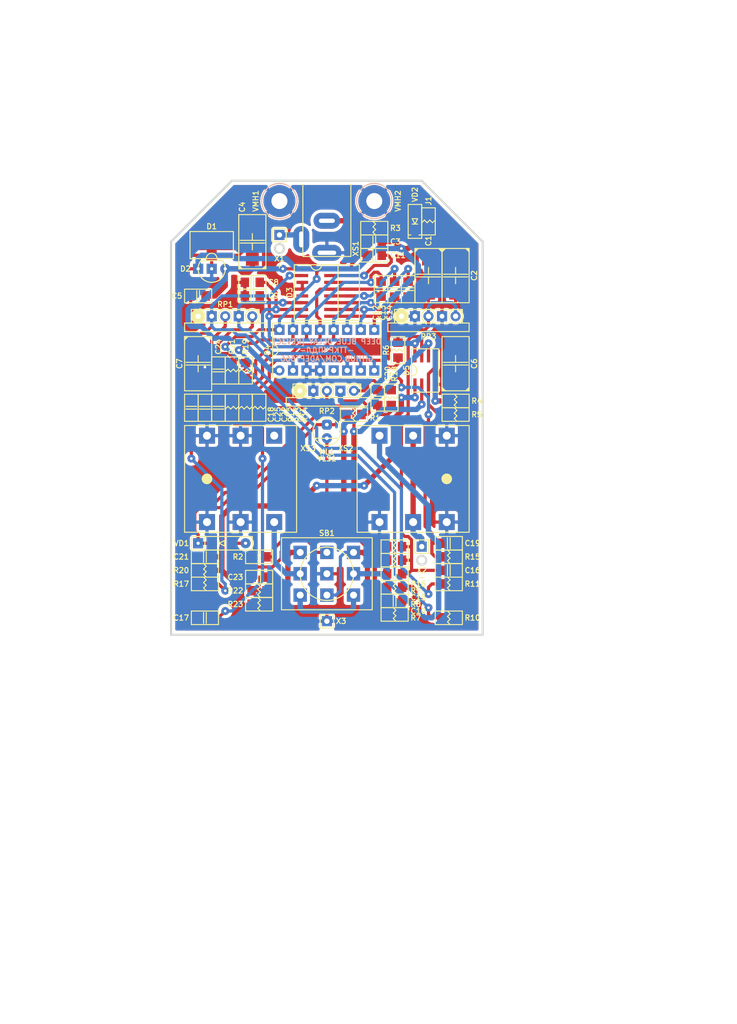
<source format=kicad_pcb>
(kicad_pcb (version 20171130) (host pcbnew 5.1.12-84ad8e8a86~92~ubuntu20.04.1)
  (title_block (title ТКП-1.17.C-3) (date 2025-08-10) (rev 3C) (company "Deep Blue Delay [REV3C] SM LC5-8") (comment 1 http://github.com/Adept666) (comment 2 "Igor Ivanov (Игорь Иванов)") (comment 3 -ТТКРЧПДЛ-) (comment 4 "This project is licensed under GNU General Public License v3.0 or later"))
  (layers (0 F.Cu signal) (31 B.Cu signal) (35 F.Paste user) (36 B.SilkS user) (37 F.SilkS user) (38 B.Mask user) (39 F.Mask user) (44 Edge.Cuts user))
  (net 0 "")
  (net 1 COM)
  (net 2 "Net-(HL1-PadC)")
  (net 3 /LED)
  (net 4 "Net-(SB1-PadNC1)")
  (net 5 /IN-CON)
  (net 6 /OUT-CON)
  (net 7 /PP3-POS)
  (net 8 /PP3-NEG)
  (net 9 "Net-(XS3-PadTN)")
  (net 10 V)
  (net 11 VA)
  (net 12 "Net-(C17-Pad1)")
  (net 13 "Net-(C19-Pad1)")
  (net 14 "Net-(C20-Pad1)")
  (net 15 "Net-(C15-Pad2)")
  (net 16 "Net-(C18-Pad1)")
  (net 17 "Net-(C20-Pad2)")
  (net 18 "Net-(C21-Pad1)")
  (net 19 "Net-(R6-Pad1)")
  (net 20 "Net-(C23-Pad2)")
  (net 21 /IN-CIR)
  (net 22 /OUT-CIR)
  (net 23 /2)
  (net 24 /7)
  (net 25 /8)
  (net 26 /16)
  (net 27 /15)
  (net 28 /14)
  (net 29 /13)
  (net 30 /12)
  (net 31 /11)
  (net 32 /10)
  (net 33 /9)
  (net 34 /6)
  (net 35 "Net-(D4-Pad5)")
  (net 36 "Net-(J1-Pad1)")
  (net 37 VREF)
  (net 38 "Net-(HL1-PadA)")
  (net 39 "Net-(D3-Pad5)")
  (net 40 "Net-(C10-Pad2)")
  (net 41 "Net-(C15-Pad1)")
  (net 42 "Net-(C16-Pad2)")
  (net 43 "Net-(C18-Pad2)")
  (net 44 "Net-(C21-Pad2)")
  (net 45 "Net-(C22-Pad1)")
  (net 46 "Net-(C24-Pad1)")
  (net 47 "Net-(C24-Pad2)")
  (net 48 "Net-(R3-Pad1)")
  (module SBKCL-TH-ML:RPB-18-1x17-1.6-PNL-7.2 (layer F.Cu) (at 124.46 108.15)
    (fp_text reference RP3 (at 0 15.04) (layer F.SilkS) (effects (font (thickness 0.2))))
    (fp_text value B50K)
    (pad 3 thru_hole circle (at 5.08 11.23) (size 1.9 1.9) (drill 1) (layers *.Cu *.Mask) (net 19 "Net-(R6-Pad1)"))
    (pad NC2 thru_hole rect (at 2.54 11.23) (size 1.9 1.9) (drill 0.9) (layers *.Cu *.Mask) (net 1 COM))
    (pad 2 thru_hole circle (at 0 11.23) (size 1.9 1.9) (drill 1) (layers *.Cu *.Mask) (net 19 "Net-(R6-Pad1)"))
    (pad NC1 thru_hole rect (at -2.54 11.23) (size 1.9 1.9) (drill 0.9) (layers *.Cu *.Mask) (net 1 COM))
    (pad 1 thru_hole circle (at -5.08 11.23) (size 1.9 1.9) (drill 1) (layers *.Cu *.Mask) (net 1 COM))
  )
  (module SBKCL-TH-ML:RPB-18-1x17-1.6-PNL-7.2 (layer F.Cu) (at 105.41 122.12)
    (fp_text reference RP2 (at 0 15.04) (layer F.SilkS) (effects (font (thickness 0.2))))
    (fp_text value B50K)
    (pad 3 thru_hole circle (at 5.08 11.23) (size 1.9 1.9) (drill 1) (layers *.Cu *.Mask) (net 17 "Net-(C20-Pad2)"))
    (pad NC2 thru_hole rect (at 2.54 11.23) (size 1.9 1.9) (drill 0.9) (layers *.Cu *.Mask) (net 10 V))
    (pad 2 thru_hole circle (at 0 11.23) (size 1.9 1.9) (drill 1) (layers *.Cu *.Mask) (net 45 "Net-(C22-Pad1)"))
    (pad NC1 thru_hole rect (at -2.54 11.23) (size 1.9 1.9) (drill 0.9) (layers *.Cu *.Mask) (net 1 COM))
    (pad 1 thru_hole circle (at -5.08 11.23) (size 1.9 1.9) (drill 1) (layers *.Cu *.Mask) (net 1 COM))
  )
  (module SBKCL-TH-ML:RPB-18-1x17-1.6-PNL-7.2 (layer F.Cu) (at 86.36 108.15)
    (fp_text reference RP1 (at 0 9.0075) (layer F.SilkS) (effects (font (thickness 0.2))))
    (fp_text value B50K)
    (pad 3 thru_hole circle (at 5.08 11.23) (size 1.9 1.9) (drill 1) (layers *.Cu *.Mask) (net 46 "Net-(C24-Pad1)"))
    (pad NC2 thru_hole rect (at 2.54 11.23) (size 1.9 1.9) (drill 0.9) (layers *.Cu *.Mask) (net 34 /6))
    (pad 2 thru_hole circle (at 0 11.23) (size 1.9 1.9) (drill 1) (layers *.Cu *.Mask) (net 43 "Net-(C18-Pad2)"))
    (pad NC1 thru_hole rect (at -2.54 11.23) (size 1.9 1.9) (drill 0.9) (layers *.Cu *.Mask) (net 23 /2))
    (pad 1 thru_hole circle (at -5.08 11.23) (size 1.9 1.9) (drill 1) (layers *.Cu *.Mask) (net 1 COM))
  )
  (module KCL-TH-ML:SW-PBS-24-302SP-2.5-PNL-12.0 (layer F.Cu) (at 105.41 167.64)
    (fp_text reference SB1 (at 0 -7.62) (layer F.SilkS) (effects (font (thickness 0.2))))
    (fp_text value PBS-24-302SP)
    (pad COM3 thru_hole rect (at 5 0) (size 2.5 2.5) (drill 1.3) (layers *.Cu *.Mask) (net 5 /IN-CON))
    (pad NC3 thru_hole rect (at 5 4) (size 2.5 2.5) (drill 1.3) (layers *.Cu *.Mask) (net 4 "Net-(SB1-PadNC1)"))
    (pad NO3 thru_hole rect (at 5 -4) (size 2.5 2.5) (drill 1.3) (layers *.Cu *.Mask) (net 21 /IN-CIR))
    (pad COM2 thru_hole rect (at 0 0) (size 2.5 2.5) (drill 1.3) (layers *.Cu *.Mask) (net 1 COM))
    (pad NC2 thru_hole rect (at 0 4) (size 2.5 2.5) (drill 1.3) (layers *.Cu *.Mask) (net 21 /IN-CIR))
    (pad NO2 thru_hole rect (at 0 -4) (size 2.5 2.5) (drill 1.3) (layers *.Cu *.Mask) (net 3 /LED))
    (pad NO1 thru_hole rect (at -5 -4) (size 2.5 2.5) (drill 1.3) (layers *.Cu *.Mask) (net 22 /OUT-CIR))
    (pad COM1 thru_hole rect (at -5 0) (size 2.5 2.5) (drill 1.3) (layers *.Cu *.Mask) (net 6 /OUT-CON))
    (pad NC1 thru_hole rect (at -5 4) (size 2.5 2.5) (drill 1.3) (layers *.Cu *.Mask) (net 4 "Net-(SB1-PadNC1)"))
  )
  (module SBEPL:ТКП-6.3.3.A1 (layer F.Cu) (at 105.41 148.59)
    (fp_text reference VE2 hide)
    (fp_text value ТКП-6.3.3.A1.A1.3-1.A1.00 hide)
  )
  (module SBEPL:ТКП-6.3.1.A2.A1.A (layer F.Cu) (at 105.41 148.59)
    (fp_text reference VE1 hide)
    (fp_text value ТКП-6.3.1.A2.A1.A.1-1 hide)
  )
  (module SBKCL-TH-ML:P-SOD-123-OR-DO-35-V2 (layer F.Cu) (at 85.725 161.925 180)
    (fp_text reference VD1 (at 6.0325 0 180) (layer F.SilkS) (effects (font (thickness 0.2)) (justify right)))
    (fp_text value X)
    (pad A smd rect (at -1.7 0 180) (size 1.6 0.8) (layers F.Cu F.Paste F.Mask) (net 3 /LED))
    (pad C smd rect (at 1.7 0 180) (size 1.6 0.8) (layers F.Cu F.Paste F.Mask) (net 38 "Net-(HL1-PadA)"))
    (pad A thru_hole circle (at -4.445 0 180) (size 1.9 1.9) (drill 0.6) (layers *.Cu *.Mask) (net 3 /LED))
    (pad C thru_hole rect (at 4.445 0 180) (size 1.9 1.9) (drill 0.6) (layers *.Cu *.Mask) (net 38 "Net-(HL1-PadA)"))
  )
  (module KCL-SM:R-SM-1206 (layer F.Cu) (at 110.49 137.795 180)
    (fp_text reference R1 (at -2.8575 -0.635 180) (layer F.SilkS) (effects (font (thickness 0.2)) (justify left)))
    (fp_text value 0)
    (pad 2 smd rect (at 1.4 0 180) (size 1.6 1.8) (layers F.Cu F.Paste F.Mask) (net 38 "Net-(HL1-PadA)"))
    (pad 1 smd rect (at -1.4 0 180) (size 1.6 1.8) (layers F.Cu F.Paste F.Mask) (net 10 V))
  )
  (module KCL-SM:R-SM-1206 (layer F.Cu) (at 82.55 167.005)
    (fp_text reference R20 (at -2.8575 0) (layer F.SilkS) (effects (font (thickness 0.2)) (justify right)))
    (fp_text value 123)
    (pad 2 smd rect (at 1.4 0) (size 1.6 1.8) (layers F.Cu F.Paste F.Mask) (net 44 "Net-(C21-Pad2)"))
    (pad 1 smd rect (at -1.4 0) (size 1.6 1.8) (layers F.Cu F.Paste F.Mask) (net 18 "Net-(C21-Pad1)"))
  )
  (module KCL-SM:R-SM-1206 (layer F.Cu) (at 118.11 162.56 180)
    (fp_text reference R16 (at -2.8575 -6.985 180) (layer F.SilkS) (effects (font (thickness 0.2)) (justify left)))
    (fp_text value 223)
    (pad 1 smd rect (at -1.4 0 180) (size 1.6 1.8) (layers F.Cu F.Paste F.Mask) (net 15 "Net-(C15-Pad2)"))
    (pad 2 smd rect (at 1.4 0 180) (size 1.6 1.8) (layers F.Cu F.Paste F.Mask) (net 18 "Net-(C21-Pad1)"))
  )
  (module KCL-SM:R-SM-1206 (layer F.Cu) (at 128.27 164.465)
    (fp_text reference R15 (at 2.8575 0) (layer F.SilkS) (effects (font (thickness 0.2)) (justify left)))
    (fp_text value 103)
    (pad 1 smd rect (at -1.4 0) (size 1.6 1.8) (layers F.Cu F.Paste F.Mask) (net 13 "Net-(C19-Pad1)"))
    (pad 2 smd rect (at 1.4 0) (size 1.6 1.8) (layers F.Cu F.Paste F.Mask) (net 42 "Net-(C16-Pad2)"))
  )
  (module KCL-SM:R-SM-1206 (layer F.Cu) (at 118.11 165.1)
    (fp_text reference R9 (at 2.8575 5.715) (layer F.SilkS) (effects (font (thickness 0.2)) (justify left)))
    (fp_text value 364)
    (pad 1 smd rect (at -1.4 0) (size 1.6 1.8) (layers F.Cu F.Paste F.Mask) (net 41 "Net-(C15-Pad1)"))
    (pad 2 smd rect (at 1.4 0) (size 1.6 1.8) (layers F.Cu F.Paste F.Mask) (net 15 "Net-(C15-Pad2)"))
  )
  (module KCL-SM:R-SM-1206 (layer F.Cu) (at 118.11 170.18 180)
    (fp_text reference R8 (at -2.8575 -3.175 180) (layer F.SilkS) (effects (font (thickness 0.2)) (justify left)))
    (fp_text value 184)
    (pad 1 smd rect (at -1.4 0 180) (size 1.6 1.8) (layers F.Cu F.Paste F.Mask) (net 40 "Net-(C10-Pad2)"))
    (pad 2 smd rect (at 1.4 0 180) (size 1.6 1.8) (layers F.Cu F.Paste F.Mask) (net 41 "Net-(C15-Pad1)"))
  )
  (module KCL-SM:C-SM-1206 (layer F.Cu) (at 82.55 164.465)
    (fp_text reference C21 (at -2.8575 0) (layer F.SilkS) (effects (font (thickness 0.2)) (justify right)))
    (fp_text value 101)
    (pad 2 smd rect (at 1.4 0) (size 1.6 1.8) (layers F.Cu F.Paste F.Mask) (net 44 "Net-(C21-Pad2)"))
    (pad 1 smd rect (at -1.4 0) (size 1.6 1.8) (layers F.Cu F.Paste F.Mask) (net 18 "Net-(C21-Pad1)"))
  )
  (module KCL-SM:C-SM-1206 (layer F.Cu) (at 80.01 136.525 90)
    (fp_text reference C18 (at -2.8575 14.9225 90) (layer F.SilkS) (effects (font (thickness 0.2)) (justify left)))
    (fp_text value 105)
    (pad 1 smd rect (at -1.4 0 90) (size 1.6 1.8) (layers F.Cu F.Paste F.Mask) (net 16 "Net-(C18-Pad1)"))
    (pad 2 smd rect (at 1.4 0 90) (size 1.6 1.8) (layers F.Cu F.Paste F.Mask) (net 43 "Net-(C18-Pad2)"))
  )
  (module KCL-SM:C-SM-1206 (layer F.Cu) (at 118.11 167.64)
    (fp_text reference C15 (at 2.8575 4.445) (layer F.SilkS) (effects (font (thickness 0.2)) (justify left)))
    (fp_text value 470)
    (pad 1 smd rect (at -1.4 0) (size 1.6 1.8) (layers F.Cu F.Paste F.Mask) (net 41 "Net-(C15-Pad1)"))
    (pad 2 smd rect (at 1.4 0) (size 1.6 1.8) (layers F.Cu F.Paste F.Mask) (net 15 "Net-(C15-Pad2)"))
  )
  (module KCL-SM:C-SM-1206 (layer F.Cu) (at 85.09 136.525 270)
    (fp_text reference C22 (at 2.8575 -12.3825 270) (layer F.SilkS) (effects (font (thickness 0.2)) (justify left)))
    (fp_text value 473)
    (pad 1 smd rect (at -1.4 0 270) (size 1.6 1.8) (layers F.Cu F.Paste F.Mask) (net 45 "Net-(C22-Pad1)"))
    (pad 2 smd rect (at 1.4 0 270) (size 1.6 1.8) (layers F.Cu F.Paste F.Mask) (net 1 COM))
  )
  (module KCL-SM:C-SM-1206 (layer F.Cu) (at 128.27 161.925)
    (fp_text reference C19 (at 2.8575 0) (layer F.SilkS) (effects (font (thickness 0.2)) (justify left)))
    (fp_text value 472)
    (pad 1 smd rect (at -1.4 0) (size 1.6 1.8) (layers F.Cu F.Paste F.Mask) (net 13 "Net-(C19-Pad1)"))
    (pad 2 smd rect (at 1.4 0) (size 1.6 1.8) (layers F.Cu F.Paste F.Mask) (net 1 COM))
  )
  (module KCL-SM:R-SM-1206 (layer F.Cu) (at 92.71 136.525 270)
    (fp_text reference R14 (at 2.8575 -8.5725 270) (layer F.SilkS) (effects (font (thickness 0.2)) (justify left)))
    (fp_text value 103)
    (pad 1 smd rect (at -1.4 0 270) (size 1.6 1.8) (layers F.Cu F.Paste F.Mask) (net 30 /12))
    (pad 2 smd rect (at 1.4 0 270) (size 1.6 1.8) (layers F.Cu F.Paste F.Mask) (net 12 "Net-(C17-Pad1)"))
  )
  (module KCL-SM:R-SM-1206 (layer F.Cu) (at 90.17 136.525 270)
    (fp_text reference R13 (at 2.8575 -9.8425 270) (layer F.SilkS) (effects (font (thickness 0.2)) (justify left)))
    (fp_text value 103)
    (pad 1 smd rect (at -1.4 0 270) (size 1.6 1.8) (layers F.Cu F.Paste F.Mask) (net 29 /13))
    (pad 2 smd rect (at 1.4 0 270) (size 1.6 1.8) (layers F.Cu F.Paste F.Mask) (net 12 "Net-(C17-Pad1)"))
  )
  (module KCL-SM:R-SM-1206 (layer F.Cu) (at 128.27 169.545)
    (fp_text reference R11 (at 2.8575 0) (layer F.SilkS) (effects (font (thickness 0.2)) (justify left)))
    (fp_text value 103)
    (pad 1 smd rect (at -1.4 0) (size 1.6 1.8) (layers F.Cu F.Paste F.Mask) (net 27 /15))
    (pad 2 smd rect (at 1.4 0) (size 1.6 1.8) (layers F.Cu F.Paste F.Mask) (net 13 "Net-(C19-Pad1)"))
  )
  (module KCL-SM:R-SM-1206 (layer F.Cu) (at 128.27 175.895)
    (fp_text reference R10 (at 2.8575 0) (layer F.SilkS) (effects (font (thickness 0.2)) (justify left)))
    (fp_text value 103)
    (pad 2 smd rect (at 1.4 0) (size 1.6 1.8) (layers F.Cu F.Paste F.Mask) (net 13 "Net-(C19-Pad1)"))
    (pad 1 smd rect (at -1.4 0) (size 1.6 1.8) (layers F.Cu F.Paste F.Mask) (net 26 /16))
  )
  (module KCL-SM:C-SM-1206 (layer F.Cu) (at 120.65 114.3 270)
    (fp_text reference C14 (at 2.8575 3.4925 270) (layer F.SilkS) (effects (font (thickness 0.2)) (justify right)))
    (fp_text value 104)
    (pad 1 smd rect (at -1.4 0 270) (size 1.6 1.8) (layers F.Cu F.Paste F.Mask) (net 32 /10))
    (pad 2 smd rect (at 1.4 0 270) (size 1.6 1.8) (layers F.Cu F.Paste F.Mask) (net 33 /9))
  )
  (module KCL-SM:C-SM-1206 (layer F.Cu) (at 118.11 114.3 270)
    (fp_text reference C13 (at 2.8575 2.2225 270) (layer F.SilkS) (effects (font (thickness 0.2)) (justify right)))
    (fp_text value 104)
    (pad 1 smd rect (at -1.4 0 270) (size 1.6 1.8) (layers F.Cu F.Paste F.Mask) (net 30 /12))
    (pad 2 smd rect (at 1.4 0 270) (size 1.6 1.8) (layers F.Cu F.Paste F.Mask) (net 31 /11))
  )
  (module KCL-SM:C-SM-1206 (layer F.Cu) (at 115.57 114.3 270)
    (fp_text reference C12 (at 2.8575 0.9525 270) (layer F.SilkS) (effects (font (thickness 0.2)) (justify right)))
    (fp_text value 222)
    (pad 1 smd rect (at -1.4 0 270) (size 1.6 1.8) (layers F.Cu F.Paste F.Mask) (net 28 /14))
    (pad 2 smd rect (at 1.4 0 270) (size 1.6 1.8) (layers F.Cu F.Paste F.Mask) (net 29 /13))
  )
  (module KCL-SM:C-SM-1206 (layer F.Cu) (at 114.3 107.95)
    (fp_text reference C11 (at 2.8575 0) (layer F.SilkS) (effects (font (thickness 0.2)) (justify left)))
    (fp_text value 222)
    (pad 1 smd rect (at -1.4 0) (size 1.6 1.8) (layers F.Cu F.Paste F.Mask) (net 26 /16))
    (pad 2 smd rect (at 1.4 0) (size 1.6 1.8) (layers F.Cu F.Paste F.Mask) (net 27 /15))
  )
  (module KCL-SM:C-SM-1206 (layer F.Cu) (at 91.44 115.57)
    (fp_text reference C9 (at 2.8575 0) (layer F.SilkS) (effects (font (thickness 0.2)) (justify left)))
    (fp_text value 104)
    (pad 2 smd rect (at 1.4 0) (size 1.6 1.8) (layers F.Cu F.Paste F.Mask) (net 25 /8))
    (pad 1 smd rect (at -1.4 0) (size 1.6 1.8) (layers F.Cu F.Paste F.Mask) (net 1 COM))
  )
  (module KCL-SM:C-SM-1206 (layer F.Cu) (at 91.44 113.03)
    (fp_text reference C8 (at 2.8575 0) (layer F.SilkS) (effects (font (thickness 0.2)) (justify left)))
    (fp_text value 104)
    (pad 1 smd rect (at -1.4 0) (size 1.6 1.8) (layers F.Cu F.Paste F.Mask) (net 1 COM))
    (pad 2 smd rect (at 1.4 0) (size 1.6 1.8) (layers F.Cu F.Paste F.Mask) (net 24 /7))
  )
  (module KCL-SM:R-SM-1206 (layer F.Cu) (at 92.71 173.355)
    (fp_text reference R23 (at -2.8575 0) (layer F.SilkS) (effects (font (thickness 0.2)) (justify right)))
    (fp_text value 104)
    (pad 2 smd rect (at 1.4 0) (size 1.6 1.8) (layers F.Cu F.Paste F.Mask) (net 22 /OUT-CIR))
    (pad 1 smd rect (at -1.4 0) (size 1.6 1.8) (layers F.Cu F.Paste F.Mask) (net 1 COM))
  )
  (module KCL-SM:R-SM-1206 (layer F.Cu) (at 118.11 175.26 180)
    (fp_text reference R7 (at -2.8575 -0.635 180) (layer F.SilkS) (effects (font (thickness 0.2)) (justify left)))
    (fp_text value 105)
    (pad 1 smd rect (at -1.4 0 180) (size 1.6 1.8) (layers F.Cu F.Paste F.Mask) (net 1 COM))
    (pad 2 smd rect (at 1.4 0 180) (size 1.6 1.8) (layers F.Cu F.Paste F.Mask) (net 21 /IN-CIR))
  )
  (module KCL-SM:R-SM-1206 (layer F.Cu) (at 92.71 164.465)
    (fp_text reference R2 (at -2.8575 0) (layer F.SilkS) (effects (font (thickness 0.2)) (justify right)))
    (fp_text value 433)
    (pad 1 smd rect (at -1.4 0) (size 1.6 1.8) (layers F.Cu F.Paste F.Mask) (net 3 /LED))
    (pad 2 smd rect (at 1.4 0) (size 1.6 1.8) (layers F.Cu F.Paste F.Mask) (net 2 "Net-(HL1-PadC)"))
  )
  (module KCL-SM:R-SM-1206 (layer F.Cu) (at 124.46 101.6 270)
    (fp_text reference J1 (at -2.8575 0 270) (layer F.SilkS) (effects (font (thickness 0.2)) (justify left)))
    (fp_text value X)
    (pad 2 smd rect (at 1.4 0 270) (size 1.6 1.8) (layers F.Cu F.Paste F.Mask) (net 10 V))
    (pad 1 smd rect (at -1.4 0 270) (size 1.6 1.8) (layers F.Cu F.Paste F.Mask) (net 36 "Net-(J1-Pad1)"))
  )
  (module KCL-SM:CP-CTSMD-D (layer F.Cu) (at 129.54 111.76 270)
    (fp_text reference C2 (at 0 -3.4925 270) (layer F.SilkS) (effects (font (thickness 0.2))))
    (fp_text value X)
    (pad - smd rect (at 3.2 0 270) (size 2.6 2.4) (layers F.Cu F.Paste F.Mask) (net 1 COM))
    (pad + smd rect (at -3.2 0 270) (size 2.6 2.4) (layers F.Cu F.Paste F.Mask) (net 10 V))
  )
  (module KCL-SM:R-SM-1206 (layer F.Cu) (at 114.3 102.87)
    (fp_text reference R3 (at 2.8575 0) (layer F.SilkS) (effects (font (thickness 0.2)) (justify left)))
    (fp_text value 0)
    (pad 1 smd rect (at -1.4 0) (size 1.6 1.8) (layers F.Cu F.Paste F.Mask) (net 48 "Net-(R3-Pad1)"))
    (pad 2 smd rect (at 1.4 0) (size 1.6 1.8) (layers F.Cu F.Paste F.Mask) (net 36 "Net-(J1-Pad1)"))
  )
  (module KCL-SM:R-SM-1206 (layer F.Cu) (at 129.54 137.795 180)
    (fp_text reference R5 (at -2.8575 0 180) (layer F.SilkS) (effects (font (thickness 0.2)) (justify left)))
    (fp_text value 103)
    (pad 1 smd rect (at -1.4 0 180) (size 1.6 1.8) (layers F.Cu F.Paste F.Mask) (net 1 COM))
    (pad 2 smd rect (at 1.4 0 180) (size 1.6 1.8) (layers F.Cu F.Paste F.Mask) (net 37 VREF))
  )
  (module KCL-SM:R-SM-1206 (layer F.Cu) (at 129.54 135.255 180)
    (fp_text reference R4 (at -2.8575 0 180) (layer F.SilkS) (effects (font (thickness 0.2)) (justify left)))
    (fp_text value 103)
    (pad 2 smd rect (at 1.4 0 180) (size 1.6 1.8) (layers F.Cu F.Paste F.Mask) (net 10 V))
    (pad 1 smd rect (at -1.4 0 180) (size 1.6 1.8) (layers F.Cu F.Paste F.Mask) (net 37 VREF))
  )
  (module KCL-SM:C-SM-1206 (layer F.Cu) (at 81.28 115.57 180)
    (fp_text reference C5 (at 2.8575 0 180) (layer F.SilkS) (effects (font (thickness 0.2)) (justify right)))
    (fp_text value 104)
    (pad 2 smd rect (at 1.4 0 180) (size 1.6 1.8) (layers F.Cu F.Paste F.Mask) (net 1 COM))
    (pad 1 smd rect (at -1.4 0 180) (size 1.6 1.8) (layers F.Cu F.Paste F.Mask) (net 11 VA))
  )
  (module KCL-SM:C-SM-1206 (layer F.Cu) (at 114.3 105.41 180)
    (fp_text reference C3 (at -2.8575 0 180) (layer F.SilkS) (effects (font (thickness 0.2)) (justify left)))
    (fp_text value 104)
    (pad 1 smd rect (at -1.4 0 180) (size 1.6 1.8) (layers F.Cu F.Paste F.Mask) (net 10 V))
    (pad 2 smd rect (at 1.4 0 180) (size 1.6 1.8) (layers F.Cu F.Paste F.Mask) (net 1 COM))
  )
  (module KCL-SM:P-SO-08-OUT-GND-GND-NC-NC-GND-GND-IN (layer F.Cu) (at 83.82 106.045 180)
    (fp_text reference D1 (at 0 3.4925 180) (layer F.SilkS) (effects (font (thickness 0.2))))
    (fp_text value 78L05)
    (pad IN smd rect (at 2.6 -1.905 180) (size 2.2 0.6) (layers F.Cu F.Paste F.Mask) (net 10 V))
    (pad GND smd rect (at 2.6 -0.635 180) (size 2.2 0.6) (layers F.Cu F.Paste F.Mask) (net 1 COM))
    (pad GND smd rect (at 2.6 0.635 180) (size 2.2 0.6) (layers F.Cu F.Paste F.Mask) (net 1 COM))
    (pad NC smd rect (at 2.6 1.905 180) (size 2.2 0.6) (layers F.Cu F.Paste F.Mask) (net 1 COM))
    (pad NC smd rect (at -2.6 1.905 180) (size 2.2 0.6) (layers F.Cu F.Paste F.Mask) (net 1 COM))
    (pad GND smd rect (at -2.6 0.635 180) (size 2.2 0.6) (layers F.Cu F.Paste F.Mask) (net 1 COM))
    (pad GND smd rect (at -2.6 -0.635 180) (size 2.2 0.6) (layers F.Cu F.Paste F.Mask) (net 1 COM))
    (pad OUT smd rect (at -2.6 -1.905 180) (size 2.2 0.6) (layers F.Cu F.Paste F.Mask) (net 11 VA))
  )
  (module KCL-TH-ML:P-TO-92-OUT-GND-IN (layer F.Cu) (at 83.82 110.49 180)
    (fp_text reference D2 (at 3.81 0 180) (layer F.SilkS) (effects (font (thickness 0.2)) (justify right)))
    (fp_text value 78L05)
    (pad IN thru_hole rect (at 2.54 0 180) (size 1.9 1.9) (drill 0.6) (layers *.Cu *.Mask) (net 10 V))
    (pad GND thru_hole rect (at 0 0 180) (size 1.9 1.9) (drill 0.6) (layers *.Cu *.Mask) (net 1 COM))
    (pad OUT thru_hole circle (at -2.54 0 180) (size 1.9 1.9) (drill 0.6) (layers *.Cu *.Mask) (net 11 VA))
  )
  (module KCL-TH-ML:P-DIP-16 (layer F.Cu) (at 105.41 125.73 90)
    (fp_text reference D4 (at 0 -11.1125 90) (layer F.SilkS) (effects (font (thickness 0.2))))
    (fp_text value 8970)
    (pad 10 thru_hole rect (at 3.81 6.35 90) (size 1.9 1.9) (drill 1) (layers *.Cu *.Mask) (net 32 /10))
    (pad 9 thru_hole rect (at 3.81 8.89 90) (size 1.9 1.9) (drill 1) (layers *.Cu *.Mask) (net 33 /9))
    (pad 12 thru_hole rect (at 3.81 1.27 90) (size 1.9 1.9) (drill 1) (layers *.Cu *.Mask) (net 30 /12))
    (pad 11 thru_hole rect (at 3.81 3.81 90) (size 1.9 1.9) (drill 1) (layers *.Cu *.Mask) (net 31 /11))
    (pad 8 thru_hole rect (at -3.81 8.89 90) (size 1.9 1.9) (drill 1) (layers *.Cu *.Mask) (net 25 /8))
    (pad 6 thru_hole rect (at -3.81 3.81 90) (size 1.9 1.9) (drill 1) (layers *.Cu *.Mask) (net 34 /6))
    (pad 7 thru_hole rect (at -3.81 6.35 90) (size 1.9 1.9) (drill 1) (layers *.Cu *.Mask) (net 24 /7))
    (pad 5 thru_hole rect (at -3.81 1.27 90) (size 1.9 1.9) (drill 1) (layers *.Cu *.Mask) (net 35 "Net-(D4-Pad5)"))
    (pad 16 thru_hole rect (at 3.81 -8.89 90) (size 1.9 1.9) (drill 1) (layers *.Cu *.Mask) (net 26 /16))
    (pad 15 thru_hole rect (at 3.81 -6.35 90) (size 1.9 1.9) (drill 1) (layers *.Cu *.Mask) (net 27 /15))
    (pad 14 thru_hole rect (at 3.81 -3.81 90) (size 1.9 1.9) (drill 1) (layers *.Cu *.Mask) (net 28 /14))
    (pad 13 thru_hole rect (at 3.81 -1.27 90) (size 1.9 1.9) (drill 1) (layers *.Cu *.Mask) (net 29 /13))
    (pad 4 thru_hole rect (at -3.81 -1.27 90) (size 1.9 1.9) (drill 1) (layers *.Cu *.Mask) (net 1 COM))
    (pad 3 thru_hole rect (at -3.81 -3.81 90) (size 1.9 1.9) (drill 1) (layers *.Cu *.Mask) (net 1 COM))
    (pad 2 thru_hole rect (at -3.81 -6.35 90) (size 1.9 1.9) (drill 1) (layers *.Cu *.Mask) (net 23 /2))
    (pad 1 thru_hole circle (at -3.81 -8.89 90) (size 1.9 1.9) (drill 1) (layers *.Cu *.Mask) (net 11 VA))
  )
  (module SBKCL-SM:P-SO-16-OR-SO-16W (layer F.Cu) (at 105.41 114.935)
    (fp_text reference D3 (at -6.985 0 90) (layer F.SilkS) (effects (font (thickness 0.2))))
    (fp_text value 8970)
    (pad 1 smd rect (at -4.6 -4.445) (size 2.2 0.6) (layers F.Cu F.Paste F.Mask) (net 11 VA))
    (pad 2 smd rect (at -4.6 -3.175) (size 2.2 0.6) (layers F.Cu F.Paste F.Mask) (net 23 /2))
    (pad 3 smd rect (at -4.6 -1.905) (size 2.2 0.6) (layers F.Cu F.Paste F.Mask) (net 1 COM))
    (pad 4 smd rect (at -4.6 -0.635) (size 2.2 0.6) (layers F.Cu F.Paste F.Mask) (net 1 COM))
    (pad 13 smd rect (at 4.6 -0.635) (size 2.2 0.6) (layers F.Cu F.Paste F.Mask) (net 29 /13))
    (pad 14 smd rect (at 4.6 -1.905) (size 2.2 0.6) (layers F.Cu F.Paste F.Mask) (net 28 /14))
    (pad 15 smd rect (at 4.6 -3.175) (size 2.2 0.6) (layers F.Cu F.Paste F.Mask) (net 27 /15))
    (pad 16 smd rect (at 4.6 -4.445) (size 2.2 0.6) (layers F.Cu F.Paste F.Mask) (net 26 /16))
    (pad 5 smd rect (at -4.6 0.635) (size 2.2 0.6) (layers F.Cu F.Paste F.Mask) (net 39 "Net-(D3-Pad5)"))
    (pad 6 smd rect (at -4.6 1.905) (size 2.2 0.6) (layers F.Cu F.Paste F.Mask) (net 34 /6))
    (pad 7 smd rect (at -4.6 3.175) (size 2.2 0.6) (layers F.Cu F.Paste F.Mask) (net 24 /7))
    (pad 8 smd rect (at -4.6 4.445) (size 2.2 0.6) (layers F.Cu F.Paste F.Mask) (net 25 /8))
    (pad 12 smd rect (at 4.6 0.635) (size 2.2 0.6) (layers F.Cu F.Paste F.Mask) (net 30 /12))
    (pad 11 smd rect (at 4.6 1.905) (size 2.2 0.6) (layers F.Cu F.Paste F.Mask) (net 31 /11))
    (pad 10 smd rect (at 4.6 3.175) (size 2.2 0.6) (layers F.Cu F.Paste F.Mask) (net 32 /10))
    (pad 9 smd rect (at 4.6 4.445) (size 2.2 0.6) (layers F.Cu F.Paste F.Mask) (net 33 /9))
    (pad 11 smd rect (at 0.6 1.905) (size 2.2 0.6) (layers F.Cu F.Paste F.Mask) (net 31 /11))
    (pad 13 smd rect (at 0.6 -0.635) (size 2.2 0.6) (layers F.Cu F.Paste F.Mask) (net 29 /13))
    (pad 12 smd rect (at 0.6 0.635) (size 2.2 0.6) (layers F.Cu F.Paste F.Mask) (net 30 /12))
    (pad 16 smd rect (at 0.6 -4.445) (size 2.2 0.6) (layers F.Cu F.Paste F.Mask) (net 26 /16))
    (pad 14 smd rect (at 0.6 -1.905) (size 2.2 0.6) (layers F.Cu F.Paste F.Mask) (net 28 /14))
    (pad 15 smd rect (at 0.6 -3.175) (size 2.2 0.6) (layers F.Cu F.Paste F.Mask) (net 27 /15))
    (pad 10 smd rect (at 0.6 3.175) (size 2.2 0.6) (layers F.Cu F.Paste F.Mask) (net 32 /10))
    (pad 9 smd rect (at 0.6 4.445) (size 2.2 0.6) (layers F.Cu F.Paste F.Mask) (net 33 /9))
  )
  (module KCL-SM:CP-CTSMD-D (layer F.Cu) (at 91.44 105.41 90)
    (fp_text reference C4 (at 5.3975 -1.905 90) (layer F.SilkS) (effects (font (thickness 0.2)) (justify left)))
    (fp_text value 476)
    (pad - smd rect (at 3.2 0 90) (size 2.6 2.4) (layers F.Cu F.Paste F.Mask) (net 1 COM))
    (pad + smd rect (at -3.2 0 90) (size 2.6 2.4) (layers F.Cu F.Paste F.Mask) (net 11 VA))
  )
  (module KCL-SM:CP-CTSMD-D (layer F.Cu) (at 124.46 111.76 270)
    (fp_text reference C1 (at -5.3975 0 270) (layer F.SilkS) (effects (font (thickness 0.2)) (justify left)))
    (fp_text value 107)
    (pad - smd rect (at 3.2 0 270) (size 2.6 2.4) (layers F.Cu F.Paste F.Mask) (net 1 COM))
    (pad + smd rect (at -3.2 0 270) (size 2.6 2.4) (layers F.Cu F.Paste F.Mask) (net 10 V))
  )
  (module KCL-SM:CP-CTSMD-D (layer F.Cu) (at 81.28 128.27 270)
    (fp_text reference C7 (at 0 3.4925 270) (layer F.SilkS) (effects (font (thickness 0.2))))
    (fp_text value 476)
    (pad + smd rect (at -3.2 0 270) (size 2.6 2.4) (layers F.Cu F.Paste F.Mask) (net 23 /2))
    (pad - smd rect (at 3.2 0 270) (size 2.6 2.4) (layers F.Cu F.Paste F.Mask) (net 1 COM))
  )
  (module KCL-SM:CP-CTSMD-D (layer F.Cu) (at 129.54 128.27 90)
    (fp_text reference C6 (at 0 3.4925 90) (layer F.SilkS) (effects (font (thickness 0.2))))
    (fp_text value 476)
    (pad - smd rect (at 3.2 0 90) (size 2.6 2.4) (layers F.Cu F.Paste F.Mask) (net 1 COM))
    (pad + smd rect (at -3.2 0 90) (size 2.6 2.4) (layers F.Cu F.Paste F.Mask) (net 37 VREF))
  )
  (module KCL-SM:P-SOD-123 (layer F.Cu) (at 121.92 101.6 270)
    (fp_text reference VD2 (at -3.4925 0 270) (layer F.SilkS) (effects (font (thickness 0.2)) (justify left)))
    (fp_text value 0520)
    (pad C smd rect (at 1.7 0 270) (size 1.6 0.8) (layers F.Cu F.Paste F.Mask) (net 10 V))
    (pad A smd rect (at -1.7 0 270) (size 1.6 0.8) (layers F.Cu F.Paste F.Mask) (net 36 "Net-(J1-Pad1)"))
  )
  (module KCL-VIRTUAL:VFM-1.0-3.0-SL (layer F.Cu) (at 128.27 172.72)
    (fp_text reference VFM3 hide)
    (fp_text value 1.0 hide)
    (pad "" smd circle (at 0 0) (size 1 1) (layers F.Cu F.Mask) (clearance 1.1))
  )
  (module KCL-VIRTUAL:VFM-1.0-3.0-SL (layer F.Cu) (at 82.55 172.72)
    (fp_text reference VFM2 hide)
    (fp_text value 1.0 hide)
    (pad "" smd circle (at 0 0) (size 1 1) (layers F.Cu F.Mask) (clearance 1.1))
  )
  (module KCL-VIRTUAL:VFM-1.0-3.0-SL (layer F.Cu) (at 128.27 104.14)
    (fp_text reference VFM1 hide)
    (fp_text value 1.0 hide)
    (pad "" smd circle (at 0 0) (size 1 1) (layers F.Cu F.Mask) (clearance 1.1))
  )
  (module KCL-TH-ML:VMH-STA-DA5-PNL-3.0 (layer F.Cu) (at 114.3 97.79)
    (fp_text reference VMH2 (at 4.445 0 90) (layer F.SilkS) (effects (font (thickness 0.2))))
    (fp_text value DI5M3x20)
    (pad 0 thru_hole circle (at 0 0) (size 6 6) (drill 3) (layers *.Cu *.Mask) (net 1 COM))
  )
  (module KCL-TH-ML:VMH-STA-DA5-PNL-3.0 (layer F.Cu) (at 96.52 97.79)
    (fp_text reference VMH1 (at -4.445 0 90) (layer F.SilkS) (effects (font (thickness 0.2))))
    (fp_text value DI5M3x20)
    (pad 0 thru_hole circle (at 0 0) (size 6 6) (drill 3) (layers *.Cu *.Mask) (net 1 COM))
  )
  (module KCL-TH-ML:LED-ROUND-05.0-UNI-SH-SPACER-PNL-5.3 (layer F.Cu) (at 105.41 140.97 90)
    (fp_text reference HL1 (at -3.81 0 180) (layer F.SilkS) (effects (font (thickness 0.2))))
    (fp_text value FYL-3014UWC)
    (pad C thru_hole circle (at -1.27 0 90) (size 1.9 1.9) (drill 0.7) (layers *.Cu *.Mask) (net 2 "Net-(HL1-PadC)"))
    (pad A thru_hole roundrect (at 1.27 0 90) (size 1.9 1.9) (drill 0.7) (layers *.Cu *.Mask) (roundrect_rratio 0.3) (net 38 "Net-(HL1-PadA)"))
  )
  (module KCL-TH-ML:CON-PAD-S-1.0-1.9 (layer F.Cu) (at 96.52 104.14)
    (fp_text reference X1 (at 0 4.445) (layer F.SilkS) (effects (font (thickness 0.2))))
    (fp_text value X)
    (pad 1 thru_hole rect (at 0 0) (size 1.9 1.9) (drill 1) (layers *.Cu *.Mask) (net 7 /PP3-POS))
  )
  (module KCL-TH-ML:CON-PAD-S-1.0-1.9 (layer F.Cu) (at 123.19 162.56)
    (fp_text reference X2 (at 0 4.445) (layer F.SilkS) (effects (font (thickness 0.2))))
    (fp_text value X)
    (pad 1 thru_hole rect (at 0 0) (size 1.9 1.9) (drill 1) (layers *.Cu *.Mask) (net 8 /PP3-NEG))
  )
  (module KCL-TH-ML:CON-PAD-S-1.0-1.9 (layer F.Cu) (at 105.41 176.53)
    (fp_text reference X3 (at 1.5875 0) (layer F.SilkS) (effects (font (thickness 0.2)) (justify left)))
    (fp_text value X)
    (pad 1 thru_hole rect (at 0 0) (size 1.9 1.9) (drill 1) (layers *.Cu *.Mask) (net 1 COM))
  )
  (module KCL-VIRTUAL:VLS-BR-P (layer F.Cu) (at 105.41 140.97 90)
    (fp_text reference VLS1 (at -5.08 0 180) (layer F.SilkS) (effects (font (thickness 0.2))))
    (fp_text value 2xBR-7.7)
  )
  (module SBKCL-TH-ML:CON-DC-005-9V-OVAL (layer F.Cu) (at 105.41 93.98 180)
    (fp_text reference XS1 (at -5.3975 -14.2875 270) (layer F.SilkS) (effects (font (thickness 0.2)) (justify left)))
    (fp_text value DC-005)
    (pad S thru_hole oval (at 0 -7.5 180) (size 5 3) (drill oval 3 0.8) (layers *.Cu *.Mask) (net 48 "Net-(R3-Pad1)"))
    (pad SN thru_hole oval (at 4.8 -11 180) (size 3 5) (drill oval 0.8 3) (layers *.Cu *.Mask) (net 7 /PP3-POS))
    (pad C thru_hole oval (at 0 -13.5 180) (size 5.5 3) (drill oval 3.5 0.8) (layers *.Cu *.Mask) (net 1 COM))
  )
  (module SBKCL-TH-ML:CON-PJ-644C-IN-OR-OUT (layer F.Cu) (at 78.74 149.86 270)
    (fp_text reference XS3 (at -5.715 -21.59) (layer F.SilkS) (effects (font (thickness 0.2)) (justify left)))
    (fp_text value PJ-644C)
    (pad TN thru_hole rect (at -8.1 -16.8 270) (size 3 3) (drill 1.5) (layers *.Cu *.Mask) (net 9 "Net-(XS3-PadTN)"))
    (pad RN thru_hole rect (at -8.1 -10.5 270) (size 3 3) (drill 1.5) (layers *.Cu *.Mask) (net 1 COM))
    (pad SN thru_hole rect (at -8.1 -4.2 270) (size 3 3) (drill 1.5) (layers *.Cu *.Mask) (net 1 COM))
    (pad T thru_hole rect (at 8.1 -16.8 270) (size 3 3) (drill 1.5) (layers *.Cu *.Mask) (net 6 /OUT-CON))
    (pad R thru_hole rect (at 8.1 -10.5 270) (size 3 3) (drill 1.5) (layers *.Cu *.Mask) (net 1 COM))
    (pad S thru_hole rect (at 8.1 -4.2 270) (size 3 3) (drill 1.5) (layers *.Cu *.Mask) (net 1 COM))
  )
  (module SBKCL-TH-ML:CON-PJ-644C-IN-OR-OUT (layer F.Cu) (at 132.08 149.86 90)
    (fp_text reference XS2 (at 5.715 -21.59 180) (layer F.SilkS) (effects (font (thickness 0.2)) (justify right)))
    (fp_text value PJ-644C)
    (pad TN thru_hole rect (at -8.1 -16.8 90) (size 3 3) (drill 1.5) (layers *.Cu *.Mask) (net 1 COM))
    (pad RN thru_hole rect (at -8.1 -10.5 90) (size 3 3) (drill 1.5) (layers *.Cu *.Mask) (net 8 /PP3-NEG))
    (pad SN thru_hole rect (at -8.1 -4.2 90) (size 3 3) (drill 1.5) (layers *.Cu *.Mask) (net 1 COM))
    (pad T thru_hole rect (at 8.1 -16.8 90) (size 3 3) (drill 1.5) (layers *.Cu *.Mask) (net 5 /IN-CON))
    (pad R thru_hole rect (at 8.1 -10.5 90) (size 3 3) (drill 1.5) (layers *.Cu *.Mask) (net 8 /PP3-NEG))
    (pad S thru_hole rect (at 8.1 -4.2 90) (size 3 3) (drill 1.5) (layers *.Cu *.Mask) (net 1 COM))
  )
  (module KCL-VIRTUAL:B-PP3-HV (layer F.Cu) (at 105.41 187.96)
    (fp_text reference GB1 hide)
    (fp_text value X hide)
  )
  (module KCL-SM:R-SM-1206 (layer F.Cu) (at 82.55 169.545 180)
    (fp_text reference R17 (at 2.8575 0 180) (layer F.SilkS) (effects (font (thickness 0.2)) (justify right)))
    (fp_text value 203)
    (pad 2 smd rect (at 1.4 0 180) (size 1.6 1.8) (layers F.Cu F.Paste F.Mask) (net 18 "Net-(C21-Pad1)"))
    (pad 1 smd rect (at -1.4 0 180) (size 1.6 1.8) (layers F.Cu F.Paste F.Mask) (net 16 "Net-(C18-Pad1)"))
  )
  (module KCL-SM:R-SM-1206 (layer F.Cu) (at 87.63 129.54 90)
    (fp_text reference R21 (at 2.8575 0 90) (layer F.SilkS) (effects (font (thickness 0.2)) (justify left)))
    (fp_text value 202)
    (pad 1 smd rect (at -1.4 0 90) (size 1.6 1.8) (layers F.Cu F.Paste F.Mask) (net 45 "Net-(C22-Pad1)"))
    (pad 2 smd rect (at 1.4 0 90) (size 1.6 1.8) (layers F.Cu F.Paste F.Mask) (net 46 "Net-(C24-Pad1)"))
  )
  (module KCL-SM:R-SM-1206 (layer F.Cu) (at 117.475 134.62 90)
    (fp_text reference R18 (at 2.8575 0.635 90) (layer F.SilkS) (effects (font (thickness 0.2)) (justify left)))
    (fp_text value 512)
    (pad 2 smd rect (at 1.4 0 90) (size 1.6 1.8) (layers F.Cu F.Paste F.Mask) (net 13 "Net-(C19-Pad1)"))
    (pad 1 smd rect (at -1.4 0 90) (size 1.6 1.8) (layers F.Cu F.Paste F.Mask) (net 14 "Net-(C20-Pad1)"))
  )
  (module KCL-SM:R-SM-1206 (layer F.Cu) (at 92.71 170.815)
    (fp_text reference R22 (at -2.8575 0) (layer F.SilkS) (effects (font (thickness 0.2)) (justify right)))
    (fp_text value 102)
    (pad 1 smd rect (at -1.4 0) (size 1.6 1.8) (layers F.Cu F.Paste F.Mask) (net 20 "Net-(C23-Pad2)"))
    (pad 2 smd rect (at 1.4 0) (size 1.6 1.8) (layers F.Cu F.Paste F.Mask) (net 22 /OUT-CIR))
  )
  (module KCL-SM:R-SM-1206 (layer F.Cu) (at 118.745 125.73 270)
    (fp_text reference R6 (at 0 2.2225 270) (layer F.SilkS) (effects (font (thickness 0.2))))
    (fp_text value 272)
    (pad 2 smd rect (at 1.4 0 270) (size 1.6 1.8) (layers F.Cu F.Paste F.Mask) (net 34 /6))
    (pad 1 smd rect (at -1.4 0 270) (size 1.6 1.8) (layers F.Cu F.Paste F.Mask) (net 19 "Net-(R6-Pad1)"))
  )
  (module KCL-SM:P-SO-08 (layer F.Cu) (at 123.825 129.54 90)
    (fp_text reference D5 (at 0 -3.4925 90) (layer F.SilkS) (effects (font (thickness 0.2))))
    (fp_text value 5532)
    (pad 8 smd rect (at 2.6 -1.905 90) (size 2.2 0.6) (layers F.Cu F.Paste F.Mask) (net 10 V))
    (pad 7 smd rect (at 2.6 -0.635 90) (size 2.2 0.6) (layers F.Cu F.Paste F.Mask) (net 15 "Net-(C15-Pad2)"))
    (pad 6 smd rect (at 2.6 0.635 90) (size 2.2 0.6) (layers F.Cu F.Paste F.Mask) (net 41 "Net-(C15-Pad1)"))
    (pad 5 smd rect (at 2.6 1.905 90) (size 2.2 0.6) (layers F.Cu F.Paste F.Mask) (net 37 VREF))
    (pad 4 smd rect (at -2.6 1.905 90) (size 2.2 0.6) (layers F.Cu F.Paste F.Mask) (net 1 COM))
    (pad 3 smd rect (at -2.6 0.635 90) (size 2.2 0.6) (layers F.Cu F.Paste F.Mask) (net 37 VREF))
    (pad 2 smd rect (at -2.6 -0.635 90) (size 2.2 0.6) (layers F.Cu F.Paste F.Mask) (net 18 "Net-(C21-Pad1)"))
    (pad 1 smd rect (at -2.6 -1.905 90) (size 2.2 0.6) (layers F.Cu F.Paste F.Mask) (net 44 "Net-(C21-Pad2)"))
  )
  (module KCL-SM:R-SM-1206 (layer F.Cu) (at 90.17 129.54 90)
    (fp_text reference R19 (at 2.8575 0 90) (layer F.SilkS) (effects (font (thickness 0.2)) (justify left)))
    (fp_text value 102)
    (pad 2 smd rect (at 1.4 0 90) (size 1.6 1.8) (layers F.Cu F.Paste F.Mask) (net 47 "Net-(C24-Pad2)"))
    (pad 1 smd rect (at -1.4 0 90) (size 1.6 1.8) (layers F.Cu F.Paste F.Mask) (net 28 /14))
  )
  (module KCL-SM:R-SM-1206 (layer F.Cu) (at 87.63 136.525 270)
    (fp_text reference R12 (at 2.8575 -11.1125 270) (layer F.SilkS) (effects (font (thickness 0.2)) (justify left)))
    (fp_text value 203)
    (pad 2 smd rect (at 1.4 0 270) (size 1.6 1.8) (layers F.Cu F.Paste F.Mask) (net 12 "Net-(C17-Pad1)"))
    (pad 1 smd rect (at -1.4 0 270) (size 1.6 1.8) (layers F.Cu F.Paste F.Mask) (net 28 /14))
  )
  (module KCL-SM:C-SM-1206 (layer F.Cu) (at 118.11 172.72)
    (fp_text reference C10 (at 2.8575 1.905) (layer F.SilkS) (effects (font (thickness 0.2)) (justify left)))
    (fp_text value 223)
    (pad 1 smd rect (at -1.4 0) (size 1.6 1.8) (layers F.Cu F.Paste F.Mask) (net 21 /IN-CIR))
    (pad 2 smd rect (at 1.4 0) (size 1.6 1.8) (layers F.Cu F.Paste F.Mask) (net 40 "Net-(C10-Pad2)"))
  )
  (module KCL-SM:C-SM-1206 (layer F.Cu) (at 114.935 134.62 90)
    (fp_text reference C20 (at 2.8575 1.905 90) (layer F.SilkS) (effects (font (thickness 0.2)) (justify left)))
    (fp_text value 223)
    (pad 2 smd rect (at 1.4 0 90) (size 1.6 1.8) (layers F.Cu F.Paste F.Mask) (net 17 "Net-(C20-Pad2)"))
    (pad 1 smd rect (at -1.4 0 90) (size 1.6 1.8) (layers F.Cu F.Paste F.Mask) (net 14 "Net-(C20-Pad1)"))
  )
  (module KCL-SM:C-SM-1206 (layer F.Cu) (at 92.71 168.275)
    (fp_text reference C23 (at -2.8575 0) (layer F.SilkS) (effects (font (thickness 0.2)) (justify right)))
    (fp_text value 105)
    (pad 1 smd rect (at -1.4 0) (size 1.6 1.8) (layers F.Cu F.Paste F.Mask) (net 44 "Net-(C21-Pad2)"))
    (pad 2 smd rect (at 1.4 0) (size 1.6 1.8) (layers F.Cu F.Paste F.Mask) (net 20 "Net-(C23-Pad2)"))
  )
  (module KCL-SM:C-SM-1206 (layer F.Cu) (at 82.55 136.525 270)
    (fp_text reference C25 (at 2.8575 -13.6525 270) (layer F.SilkS) (effects (font (thickness 0.2)) (justify left)))
    (fp_text value 103)
    (pad 2 smd rect (at 1.4 0 270) (size 1.6 1.8) (layers F.Cu F.Paste F.Mask) (net 1 COM))
    (pad 1 smd rect (at -1.4 0 270) (size 1.6 1.8) (layers F.Cu F.Paste F.Mask) (net 47 "Net-(C24-Pad2)"))
  )
  (module KCL-SM:C-SM-1206 (layer F.Cu) (at 128.27 167.005)
    (fp_text reference C16 (at 2.8575 0) (layer F.SilkS) (effects (font (thickness 0.2)) (justify left)))
    (fp_text value 105)
    (pad 1 smd rect (at -1.4 0) (size 1.6 1.8) (layers F.Cu F.Paste F.Mask) (net 15 "Net-(C15-Pad2)"))
    (pad 2 smd rect (at 1.4 0) (size 1.6 1.8) (layers F.Cu F.Paste F.Mask) (net 42 "Net-(C16-Pad2)"))
  )
  (module KCL-SM:C-SM-1206 (layer F.Cu) (at 85.09 129.54 270)
    (fp_text reference C24 (at -2.8575 0 270) (layer F.SilkS) (effects (font (thickness 0.2)) (justify left)))
    (fp_text value 105)
    (pad 1 smd rect (at -1.4 0 270) (size 1.6 1.8) (layers F.Cu F.Paste F.Mask) (net 46 "Net-(C24-Pad1)"))
    (pad 2 smd rect (at 1.4 0 270) (size 1.6 1.8) (layers F.Cu F.Paste F.Mask) (net 47 "Net-(C24-Pad2)"))
  )
  (module KCL-SM:C-SM-1206 (layer F.Cu) (at 82.55 175.895 180)
    (fp_text reference C17 (at 2.8575 0 180) (layer F.SilkS) (effects (font (thickness 0.2)) (justify right)))
    (fp_text value 153)
    (pad 1 smd rect (at -1.4 0 180) (size 1.6 1.8) (layers F.Cu F.Paste F.Mask) (net 12 "Net-(C17-Pad1)"))
    (pad 2 smd rect (at 1.4 0 180) (size 1.6 1.8) (layers F.Cu F.Paste F.Mask) (net 1 COM))
  )
  (gr_text - (at 123.19 168.275) (layer F.SilkS) (effects (font (size 1 1) (thickness 0.2))))
  (gr_text + (at 96.52 109.855) (layer F.SilkS) (effects (font (size 1 1) (thickness 0.2))))
  (gr_circle (center 123.19 165.1) (end 124.04 165.1) (layer Edge.Cuts) (width 0.4))
  (gr_circle (center 96.52 106.68) (end 97.37 106.68) (layer Edge.Cuts) (width 0.4))
  (gr_text "DEEP BLUE DELAY [REV3C]\n-ТТКРЧПДЛ-\nGITHUB.COM/ADEPT666" (at 105.41 125.73) (layer B.SilkS) (effects (font (size 1 1) (thickness 0.2)) (justify mirror)))
  (gr_line (start 123.19 93.98) (end 134.62 105.41) (layer Edge.Cuts) (width 0.4))
  (gr_line (start 76.2 105.41) (end 87.63 93.98) (layer Edge.Cuts) (width 0.4))
  (gr_line (start 134.62 105.41) (end 134.62 179.07) (layer Edge.Cuts) (width 0.4))
  (gr_line (start 76.2 105.41) (end 76.2 179.07) (layer Edge.Cuts) (width 0.4))
  (gr_line (start 76.2 179.07) (end 134.62 179.07) (layer Edge.Cuts) (width 0.4))
  (gr_line (start 87.63 93.98) (end 123.19 93.98) (layer Edge.Cuts) (width 0.4))
  (segment (start 119.38 119.38) (end 121.92 119.38) (width 0.6) (layer B.Cu) (net 1))
  (segment (start 119.38 119.38) (end 121.92 119.38) (width 0.6) (layer F.Cu) (net 1))
  (via (at 82.55 128.905) (size 1.5) (drill 0.5) (layers F.Cu B.Cu) (net 1))
  (segment (start 82.55 137.925) (end 82.55 139.065) (width 0.6) (layer F.Cu) (net 1))
  (segment (start 82.94 139.455) (end 82.55 139.065) (width 0.6) (layer F.Cu) (net 1))
  (segment (start 82.94 141.76) (end 82.94 139.455) (width 0.6) (layer F.Cu) (net 1))
  (segment (start 95.5675 162.8775) (end 105.41 153.035) (width 0.6) (layer F.Cu) (net 2))
  (segment (start 105.41 153.035) (end 105.41 142.24) (width 0.6) (layer F.Cu) (net 2))
  (segment (start 95.5675 164.1475) (end 95.5675 162.8775) (width 0.6) (layer F.Cu) (net 2))
  (segment (start 95.25 164.465) (end 95.5675 164.1475) (width 0.6) (layer F.Cu) (net 2))
  (segment (start 94.11 164.465) (end 95.25 164.465) (width 0.6) (layer F.Cu) (net 2))
  (segment (start 87.425 161.925) (end 90.17 161.925) (width 0.6) (layer F.Cu) (net 3))
  (segment (start 96.8375 163.5125) (end 96.8375 164.7825) (width 0.6) (layer F.Cu) (net 3))
  (segment (start 89.535 164.465) (end 91.31 164.465) (width 0.6) (layer F.Cu) (net 3))
  (segment (start 89.535 165.735) (end 89.535 164.465) (width 0.6) (layer F.Cu) (net 3))
  (segment (start 95.25 166.37) (end 90.17 166.37) (width 0.6) (layer F.Cu) (net 3))
  (segment (start 101.6 161.29) (end 99.06 161.29) (width 0.6) (layer F.Cu) (net 3))
  (segment (start 90.17 166.37) (end 89.535 165.735) (width 0.6) (layer F.Cu) (net 3))
  (segment (start 96.8375 164.7825) (end 95.25 166.37) (width 0.6) (layer F.Cu) (net 3))
  (segment (start 102.87 162.56) (end 101.6 161.29) (width 0.6) (layer F.Cu) (net 3))
  (segment (start 103.315 163.64) (end 102.87 163.195) (width 0.6) (layer F.Cu) (net 3))
  (segment (start 99.06 161.29) (end 96.8375 163.5125) (width 0.6) (layer F.Cu) (net 3))
  (segment (start 102.87 163.195) (end 102.87 162.56) (width 0.6) (layer F.Cu) (net 3))
  (segment (start 105.41 163.64) (end 103.315 163.64) (width 0.6) (layer F.Cu) (net 3))
  (segment (start 87.425 161.925) (end 87.425 162.99) (width 0.6) (layer F.Cu) (net 3))
  (segment (start 87.425 162.99) (end 88.9 164.465) (width 0.6) (layer F.Cu) (net 3))
  (segment (start 88.9 164.465) (end 89.535 164.465) (width 0.6) (layer F.Cu) (net 3))
  (segment (start 110.41 174.14) (end 110.41 171.64) (width 1) (layer B.Cu) (net 4))
  (segment (start 109.925 174.625) (end 110.41 174.14) (width 1) (layer B.Cu) (net 4))
  (segment (start 100.41 171.64) (end 100.41 174.14) (width 1) (layer B.Cu) (net 4))
  (segment (start 100.895 174.625) (end 109.925 174.625) (width 1) (layer B.Cu) (net 4))
  (segment (start 100.41 174.14) (end 100.895 174.625) (width 1) (layer B.Cu) (net 4))
  (segment (start 115.57 167.64) (end 110.41 167.64) (width 1) (layer B.Cu) (net 5))
  (segment (start 123.825 175.895) (end 115.57 167.64) (width 1) (layer B.Cu) (net 5))
  (segment (start 125.095 175.895) (end 123.825 175.895) (width 1) (layer B.Cu) (net 5))
  (segment (start 126.365 161.925) (end 126.365 174.625) (width 1) (layer B.Cu) (net 5))
  (segment (start 124.46 160.02) (end 126.365 161.925) (width 1) (layer B.Cu) (net 5))
  (segment (start 124.46 154.94) (end 124.46 160.02) (width 1) (layer B.Cu) (net 5))
  (segment (start 115.28 145.76) (end 124.46 154.94) (width 1) (layer B.Cu) (net 5))
  (segment (start 126.365 174.625) (end 125.095 175.895) (width 1) (layer B.Cu) (net 5))
  (segment (start 115.28 141.76) (end 115.28 145.76) (width 1) (layer B.Cu) (net 5))
  (segment (start 95.54 157.96) (end 95.54 165.39) (width 1) (layer B.Cu) (net 6))
  (segment (start 95.54 165.39) (end 97.79 167.64) (width 1) (layer B.Cu) (net 6))
  (segment (start 100.41 167.64) (end 97.79 167.64) (width 1) (layer B.Cu) (net 6))
  (segment (start 96.52 104.14) (end 100.61 104.14) (width 1) (layer B.Cu) (net 7))
  (segment (start 100.61 104.98) (end 100.61 104.14) (width 1) (layer B.Cu) (net 7))
  (segment (start 121.58 141.76) (end 121.58 157.96) (width 1) (layer F.Cu) (net 8))
  (segment (start 121.58 157.96) (end 121.58 159.9975) (width 1) (layer B.Cu) (net 8))
  (segment (start 122.2375 160.655) (end 122.8725 160.655) (width 1) (layer B.Cu) (net 8))
  (segment (start 123.19 160.9725) (end 122.8725 160.655) (width 1) (layer B.Cu) (net 8))
  (segment (start 123.19 162.56) (end 123.19 160.9725) (width 1) (layer B.Cu) (net 8))
  (segment (start 121.58 159.9975) (end 122.2375 160.655) (width 1) (layer B.Cu) (net 8))
  (segment (start 81.22 107.95) (end 79.375 107.95) (width 0.6) (layer F.Cu) (net 10))
  (segment (start 79.375 107.95) (end 78.74 108.585) (width 0.6) (layer F.Cu) (net 10))
  (via (at 119.38 106.68) (size 1.5) (drill 0.5) (layers F.Cu B.Cu) (net 10))
  (segment (start 124.46 108.56) (end 124.46 110.49) (width 1) (layer F.Cu) (net 10))
  (segment (start 128.905 111.125) (end 125.095 111.125) (width 1) (layer F.Cu) (net 10))
  (segment (start 129.54 110.49) (end 128.905 111.125) (width 1) (layer F.Cu) (net 10))
  (segment (start 129.54 108.56) (end 129.54 110.49) (width 1) (layer F.Cu) (net 10))
  (segment (start 124.46 110.49) (end 125.095 111.125) (width 1) (layer F.Cu) (net 10))
  (segment (start 121.92 126.94) (end 121.92 124.46) (width 0.6) (layer F.Cu) (net 10))
  (via (at 121.92 124.46) (size 1.5) (drill 0.5) (layers F.Cu B.Cu) (net 10))
  (segment (start 123.825 122.555) (end 121.92 124.46) (width 1) (layer B.Cu) (net 10))
  (via (at 125.73 135.255) (size 1.5) (drill 0.5) (layers F.Cu B.Cu) (net 10))
  (segment (start 125.73 135.255) (end 125.73 125.73) (width 1) (layer B.Cu) (net 10))
  (segment (start 125.095 122.555) (end 123.825 122.555) (width 1) (layer B.Cu) (net 10))
  (segment (start 125.73 125.73) (end 126.365 125.095) (width 1) (layer B.Cu) (net 10))
  (segment (start 126.365 125.095) (end 126.365 123.825) (width 1) (layer B.Cu) (net 10))
  (segment (start 126.365 123.825) (end 125.095 122.555) (width 1) (layer B.Cu) (net 10))
  (segment (start 128.14 135.255) (end 125.73 135.255) (width 1) (layer F.Cu) (net 10))
  (segment (start 79.375 110.49) (end 81.28 110.49) (width 0.6) (layer F.Cu) (net 10))
  (segment (start 78.74 109.855) (end 79.375 110.49) (width 0.6) (layer F.Cu) (net 10))
  (segment (start 78.74 108.585) (end 78.74 109.855) (width 0.6) (layer F.Cu) (net 10))
  (segment (start 118.11 105.41) (end 119.38 106.68) (width 1) (layer F.Cu) (net 10))
  (segment (start 122.555 111.125) (end 116.205 117.475) (width 1) (layer B.Cu) (net 10))
  (segment (start 122.555 109.855) (end 122.555 111.125) (width 1) (layer B.Cu) (net 10))
  (segment (start 114.935 106.68) (end 119.38 106.68) (width 1) (layer B.Cu) (net 10))
  (segment (start 111.125 110.49) (end 114.935 106.68) (width 1) (layer B.Cu) (net 10))
  (segment (start 99.695 110.49) (end 111.125 110.49) (width 1) (layer B.Cu) (net 10))
  (segment (start 97.79 108.585) (end 99.695 110.49) (width 1) (layer B.Cu) (net 10))
  (segment (start 88.265 108.585) (end 97.79 108.585) (width 1) (layer B.Cu) (net 10))
  (segment (start 87.63 107.95) (end 88.265 108.585) (width 1) (layer B.Cu) (net 10))
  (segment (start 81.915 107.95) (end 87.63 107.95) (width 1) (layer B.Cu) (net 10))
  (segment (start 81.28 108.585) (end 81.915 107.95) (width 1) (layer B.Cu) (net 10))
  (segment (start 81.28 110.49) (end 81.28 108.585) (width 1) (layer B.Cu) (net 10))
  (segment (start 115.7 105.41) (end 118.11 105.41) (width 1) (layer F.Cu) (net 10))
  (segment (start 119.38 106.68) (end 122.555 109.855) (width 1) (layer B.Cu) (net 10))
  (segment (start 116.205 124.46) (end 121.92 124.46) (width 1) (layer B.Cu) (net 10))
  (segment (start 116.205 117.475) (end 116.205 124.46) (width 1) (layer B.Cu) (net 10))
  (segment (start 121.92 103.3) (end 121.92 105.41) (width 0.6) (layer F.Cu) (net 10))
  (segment (start 124.46 103) (end 124.46 105.41) (width 1) (layer F.Cu) (net 10))
  (segment (start 124.46 108.56) (end 124.46 105.41) (width 1) (layer F.Cu) (net 10))
  (segment (start 121.92 105.41) (end 124.46 105.41) (width 1) (layer F.Cu) (net 10))
  (segment (start 120.65 106.68) (end 121.92 105.41) (width 1) (layer F.Cu) (net 10))
  (segment (start 119.38 106.68) (end 120.65 106.68) (width 1) (layer F.Cu) (net 10))
  (segment (start 113.3475 137.4775) (end 113.3475 136.525) (width 0.6) (layer F.Cu) (net 10))
  (segment (start 113.03 137.795) (end 113.3475 137.4775) (width 0.6) (layer F.Cu) (net 10))
  (segment (start 113.3475 136.525) (end 112.0775 135.255) (width 0.6) (layer F.Cu) (net 10))
  (segment (start 111.89 137.795) (end 113.03 137.795) (width 0.6) (layer F.Cu) (net 10))
  (segment (start 107.95 134.9375) (end 108.2675 135.255) (width 0.6) (layer F.Cu) (net 10))
  (segment (start 108.2675 135.255) (end 112.0775 135.255) (width 0.6) (layer F.Cu) (net 10))
  (segment (start 107.95 133.35) (end 107.95 134.9375) (width 0.6) (layer F.Cu) (net 10))
  (segment (start 116.205 130.81) (end 116.205 124.46) (width 1) (layer B.Cu) (net 10))
  (segment (start 108.585 135.89) (end 111.125 135.89) (width 1) (layer B.Cu) (net 10))
  (segment (start 111.125 135.89) (end 116.205 130.81) (width 1) (layer B.Cu) (net 10))
  (segment (start 107.95 135.255) (end 108.585 135.89) (width 1) (layer B.Cu) (net 10))
  (segment (start 107.95 133.35) (end 107.95 135.255) (width 1) (layer B.Cu) (net 10))
  (segment (start 82.68 115.57) (end 84.455 115.57) (width 1) (layer F.Cu) (net 11))
  (segment (start 84.455 115.57) (end 86.36 113.665) (width 1) (layer F.Cu) (net 11))
  (segment (start 86.36 110.49) (end 86.36 113.665) (width 1) (layer F.Cu) (net 11))
  (segment (start 86.36 110.49) (end 97.155 110.49) (width 1) (layer B.Cu) (net 11))
  (segment (start 100.81 110.49) (end 97.155 110.49) (width 0.6) (layer F.Cu) (net 11))
  (via (at 97.155 110.49) (size 1.5) (drill 0.5) (layers F.Cu B.Cu) (net 11))
  (segment (start 90.805 106.045) (end 90.17 106.045) (width 0.6) (layer F.Cu) (net 11))
  (segment (start 91.44 106.68) (end 90.805 106.045) (width 0.6) (layer F.Cu) (net 11))
  (segment (start 91.44 108.61) (end 91.44 106.68) (width 0.6) (layer F.Cu) (net 11))
  (segment (start 86.42 107.95) (end 88.9 107.95) (width 0.6) (layer F.Cu) (net 11))
  (segment (start 88.9 107.95) (end 89.535 107.315) (width 0.6) (layer F.Cu) (net 11))
  (segment (start 89.535 107.315) (end 89.535 106.68) (width 0.6) (layer F.Cu) (net 11))
  (segment (start 89.535 106.68) (end 90.17 106.045) (width 0.6) (layer F.Cu) (net 11))
  (segment (start 91.44 110.49) (end 91.44 108.61) (width 1) (layer F.Cu) (net 11))
  (segment (start 90.805 111.125) (end 91.44 110.49) (width 1) (layer F.Cu) (net 11))
  (segment (start 89.535 111.125) (end 90.805 111.125) (width 1) (layer F.Cu) (net 11))
  (segment (start 88.9 110.49) (end 89.535 111.125) (width 1) (layer F.Cu) (net 11))
  (segment (start 86.36 110.49) (end 88.9 110.49) (width 1) (layer F.Cu) (net 11))
  (segment (start 86.36 112.395) (end 86.36 110.49) (width 1) (layer B.Cu) (net 11))
  (segment (start 81.28 117.475) (end 86.36 112.395) (width 1) (layer B.Cu) (net 11))
  (segment (start 79.375 118.11) (end 80.01 117.475) (width 1) (layer B.Cu) (net 11))
  (segment (start 79.375 120.65) (end 79.375 118.11) (width 1) (layer B.Cu) (net 11))
  (segment (start 80.01 121.285) (end 79.375 120.65) (width 1) (layer B.Cu) (net 11))
  (segment (start 81.915 121.285) (end 80.01 121.285) (width 1) (layer B.Cu) (net 11))
  (segment (start 84.1375 123.5075) (end 81.915 121.285) (width 1) (layer B.Cu) (net 11))
  (segment (start 87.63 124.1425) (end 86.995 123.5075) (width 1) (layer B.Cu) (net 11))
  (segment (start 86.995 123.5075) (end 84.1375 123.5075) (width 1) (layer B.Cu) (net 11))
  (segment (start 89.535 124.1425) (end 87.63 124.1425) (width 1) (layer B.Cu) (net 11))
  (segment (start 80.01 117.475) (end 81.28 117.475) (width 1) (layer B.Cu) (net 11))
  (segment (start 94.9325 129.54) (end 89.535 124.1425) (width 1) (layer B.Cu) (net 11))
  (segment (start 96.52 129.54) (end 94.9325 129.54) (width 1) (layer B.Cu) (net 11))
  (via (at 86.36 174.625) (size 1.5) (drill 0.5) (layers F.Cu B.Cu) (net 12))
  (segment (start 90.17 137.925) (end 90.17 139.7) (width 0.6) (layer F.Cu) (net 12))
  (segment (start 87.63 137.925) (end 87.63 139.065) (width 0.6) (layer F.Cu) (net 12))
  (segment (start 87.63 139.065) (end 88.265 139.7) (width 0.6) (layer F.Cu) (net 12))
  (segment (start 88.265 139.7) (end 90.17 139.7) (width 0.6) (layer F.Cu) (net 12))
  (segment (start 92.71 139.7) (end 90.17 139.7) (width 0.6) (layer F.Cu) (net 12))
  (segment (start 92.71 137.925) (end 92.71 139.7) (width 0.6) (layer F.Cu) (net 12))
  (segment (start 85.09 175.895) (end 86.36 174.625) (width 0.6) (layer F.Cu) (net 12))
  (segment (start 83.95 175.895) (end 85.09 175.895) (width 0.6) (layer F.Cu) (net 12))
  (segment (start 93.345 168.91) (end 87.63 174.625) (width 0.6) (layer B.Cu) (net 12))
  (segment (start 93.345 146.05) (end 93.345 168.91) (width 0.6) (layer B.Cu) (net 12))
  (segment (start 93.345 140.335) (end 92.71 139.7) (width 0.6) (layer F.Cu) (net 12))
  (segment (start 93.345 146.05) (end 93.345 140.335) (width 0.6) (layer F.Cu) (net 12))
  (segment (start 87.63 174.625) (end 86.36 174.625) (width 0.6) (layer B.Cu) (net 12))
  (via (at 93.345 146.05) (size 1.5) (drill 0.5) (layers F.Cu B.Cu) (net 12))
  (segment (start 129.67 175.895) (end 130.81 175.895) (width 0.6) (layer F.Cu) (net 13))
  (segment (start 130.81 175.895) (end 131.445 175.26) (width 0.6) (layer F.Cu) (net 13))
  (segment (start 131.445 175.26) (end 131.445 170.18) (width 0.6) (layer F.Cu) (net 13))
  (segment (start 130.81 169.545) (end 131.445 170.18) (width 0.6) (layer F.Cu) (net 13))
  (segment (start 129.67 169.545) (end 130.81 169.545) (width 0.6) (layer F.Cu) (net 13))
  (segment (start 126.87 164.465) (end 128.27 164.465) (width 0.6) (layer F.Cu) (net 13))
  (segment (start 128.27 164.465) (end 128.27 169.545) (width 0.6) (layer F.Cu) (net 13))
  (segment (start 117.475 131.445) (end 118.11 130.81) (width 0.6) (layer F.Cu) (net 13))
  (via (at 124.46 137.795) (size 1.5) (drill 0.5) (layers F.Cu B.Cu) (net 13))
  (via (at 119.38 132.715) (size 1.5) (drill 0.5) (layers F.Cu B.Cu) (net 13))
  (segment (start 119.38 131.445) (end 119.38 132.715) (width 0.6) (layer F.Cu) (net 13))
  (segment (start 118.745 130.81) (end 119.38 131.445) (width 0.6) (layer F.Cu) (net 13))
  (segment (start 118.11 130.81) (end 118.745 130.81) (width 0.6) (layer F.Cu) (net 13))
  (segment (start 117.475 133.22) (end 117.475 131.445) (width 0.6) (layer F.Cu) (net 13))
  (segment (start 124.46 134.62) (end 124.46 137.795) (width 0.6) (layer B.Cu) (net 13))
  (segment (start 122.555 132.715) (end 124.46 134.62) (width 0.6) (layer B.Cu) (net 13))
  (segment (start 119.38 132.715) (end 122.555 132.715) (width 0.6) (layer B.Cu) (net 13))
  (segment (start 125.095 160.02) (end 123.825 158.75) (width 0.6) (layer F.Cu) (net 13))
  (segment (start 123.825 158.75) (end 123.825 139.7) (width 0.6) (layer F.Cu) (net 13))
  (segment (start 123.825 139.7) (end 124.46 139.065) (width 0.6) (layer F.Cu) (net 13))
  (segment (start 124.46 139.065) (end 124.46 137.795) (width 0.6) (layer F.Cu) (net 13))
  (segment (start 125.095 160.02) (end 125.095 161.925) (width 0.6) (layer F.Cu) (net 13))
  (segment (start 126.87 161.925) (end 125.095 161.925) (width 0.6) (layer F.Cu) (net 13))
  (segment (start 126.87 164.465) (end 125.73 164.465) (width 0.6) (layer F.Cu) (net 13))
  (segment (start 125.73 164.465) (end 125.095 163.83) (width 0.6) (layer F.Cu) (net 13))
  (segment (start 125.095 161.925) (end 125.095 163.83) (width 0.6) (layer F.Cu) (net 13))
  (segment (start 129.67 169.545) (end 128.27 169.545) (width 0.6) (layer F.Cu) (net 13))
  (segment (start 114.935 136.02) (end 114.935 137.16) (width 0.6) (layer F.Cu) (net 14))
  (segment (start 115.57 137.795) (end 116.84 137.795) (width 0.6) (layer F.Cu) (net 14))
  (segment (start 117.475 137.16) (end 116.84 137.795) (width 0.6) (layer F.Cu) (net 14))
  (segment (start 117.475 136.02) (end 117.475 137.16) (width 0.6) (layer F.Cu) (net 14))
  (segment (start 114.935 137.16) (end 115.57 137.795) (width 0.6) (layer F.Cu) (net 14))
  (segment (start 119.51 165.1) (end 121.285 165.1) (width 0.6) (layer F.Cu) (net 15))
  (segment (start 119.51 162.56) (end 121.285 162.56) (width 0.6) (layer F.Cu) (net 15))
  (segment (start 121.285 165.1) (end 121.285 162.56) (width 0.6) (layer F.Cu) (net 15))
  (segment (start 120.65 167.64) (end 121.285 167.005) (width 0.6) (layer F.Cu) (net 15))
  (segment (start 121.285 167.005) (end 121.285 165.1) (width 0.6) (layer F.Cu) (net 15))
  (segment (start 119.51 167.64) (end 120.65 167.64) (width 0.6) (layer F.Cu) (net 15))
  (segment (start 121.285 162.56) (end 121.285 161.29) (width 0.6) (layer F.Cu) (net 15))
  (segment (start 119.38 160.02) (end 119.38 139.065) (width 0.6) (layer F.Cu) (net 15))
  (segment (start 121.285 161.29) (end 120.65 160.655) (width 0.6) (layer F.Cu) (net 15))
  (segment (start 120.65 160.655) (end 120.015 160.655) (width 0.6) (layer F.Cu) (net 15))
  (segment (start 120.015 160.655) (end 119.38 160.02) (width 0.6) (layer F.Cu) (net 15))
  (segment (start 119.38 139.065) (end 120.65 137.795) (width 0.6) (layer F.Cu) (net 15))
  (segment (start 120.65 123.825) (end 121.285 123.19) (width 0.6) (layer F.Cu) (net 15))
  (segment (start 121.285 123.19) (end 122.555 123.19) (width 0.6) (layer F.Cu) (net 15))
  (segment (start 120.65 137.795) (end 120.65 123.825) (width 0.6) (layer F.Cu) (net 15))
  (segment (start 122.555 123.19) (end 123.19 123.825) (width 0.6) (layer F.Cu) (net 15))
  (segment (start 123.19 123.825) (end 123.19 126.94) (width 0.6) (layer F.Cu) (net 15))
  (segment (start 126.87 167.005) (end 121.285 167.005) (width 0.6) (layer F.Cu) (net 15))
  (via (at 86.36 170.815) (size 1.5) (drill 0.5) (layers F.Cu B.Cu) (net 16))
  (segment (start 83.95 169.545) (end 85.09 169.545) (width 0.6) (layer F.Cu) (net 16))
  (via (at 80.01 146.05) (size 1.5) (drill 0.5) (layers F.Cu B.Cu) (net 16))
  (segment (start 80.01 146.05) (end 80.01 144.78) (width 0.6) (layer F.Cu) (net 16))
  (segment (start 80.01 144.78) (end 79.375 144.145) (width 0.6) (layer F.Cu) (net 16))
  (segment (start 79.375 144.145) (end 79.375 139.7) (width 0.6) (layer F.Cu) (net 16))
  (segment (start 80.01 139.065) (end 80.01 137.925) (width 0.6) (layer F.Cu) (net 16))
  (segment (start 79.375 139.7) (end 80.01 139.065) (width 0.6) (layer F.Cu) (net 16))
  (segment (start 85.09 169.545) (end 86.36 170.815) (width 0.6) (layer F.Cu) (net 16))
  (segment (start 86.36 170.815) (end 86.36 169.545) (width 0.6) (layer B.Cu) (net 16))
  (segment (start 86.36 169.545) (end 85.725 168.91) (width 0.6) (layer B.Cu) (net 16))
  (segment (start 85.725 168.91) (end 85.725 151.765) (width 0.6) (layer B.Cu) (net 16))
  (segment (start 85.725 151.765) (end 80.01 146.05) (width 0.6) (layer B.Cu) (net 16))
  (segment (start 114.935 133.22) (end 114.935 132.08) (width 0.6) (layer F.Cu) (net 17))
  (segment (start 114.935 132.08) (end 114.3 131.445) (width 0.6) (layer F.Cu) (net 17))
  (segment (start 110.49 133.35) (end 112.395 133.35) (width 0.6) (layer F.Cu) (net 17))
  (segment (start 112.395 133.35) (end 113.03 132.715) (width 0.6) (layer F.Cu) (net 17))
  (segment (start 113.03 132.715) (end 113.03 132.08) (width 0.6) (layer F.Cu) (net 17))
  (segment (start 113.665 131.445) (end 114.3 131.445) (width 0.6) (layer F.Cu) (net 17))
  (segment (start 113.03 132.08) (end 113.665 131.445) (width 0.6) (layer F.Cu) (net 17))
  (segment (start 123.19 132.14) (end 123.19 135.89) (width 0.6) (layer F.Cu) (net 18))
  (via (at 123.19 135.89) (size 1.5) (drill 0.5) (layers F.Cu B.Cu) (net 18))
  (segment (start 81.15 164.465) (end 79.375 164.465) (width 0.6) (layer F.Cu) (net 18))
  (segment (start 81.15 169.545) (end 80.01 169.545) (width 0.6) (layer F.Cu) (net 18))
  (segment (start 79.375 167.005) (end 79.375 168.91) (width 0.6) (layer F.Cu) (net 18))
  (segment (start 80.01 169.545) (end 79.375 168.91) (width 0.6) (layer F.Cu) (net 18))
  (segment (start 79.375 167.005) (end 79.375 164.465) (width 0.6) (layer F.Cu) (net 18))
  (segment (start 81.15 167.005) (end 79.375 167.005) (width 0.6) (layer F.Cu) (net 18))
  (via (at 110.49 140.97) (size 1.5) (drill 0.5) (layers F.Cu B.Cu) (net 18))
  (segment (start 110.49 158.115) (end 114.935 162.56) (width 1) (layer F.Cu) (net 18))
  (segment (start 110.49 140.97) (end 110.49 158.115) (width 1) (layer F.Cu) (net 18))
  (segment (start 114.935 162.56) (end 116.71 162.56) (width 1) (layer F.Cu) (net 18))
  (segment (start 110.49 140.97) (end 111.76 140.97) (width 1) (layer B.Cu) (net 18))
  (segment (start 111.76 140.97) (end 115.8875 136.8425) (width 1) (layer B.Cu) (net 18))
  (segment (start 115.8875 136.8425) (end 122.2375 136.8425) (width 1) (layer B.Cu) (net 18))
  (segment (start 122.2375 136.8425) (end 123.19 135.89) (width 1) (layer B.Cu) (net 18))
  (segment (start 106.9975 136.2075) (end 110.1725 136.2075) (width 0.6) (layer F.Cu) (net 18))
  (segment (start 110.1725 136.2075) (end 110.49 136.525) (width 0.6) (layer F.Cu) (net 18))
  (segment (start 103.505 137.795) (end 105.41 137.795) (width 0.6) (layer F.Cu) (net 18))
  (segment (start 95.25 146.685) (end 95.25 146.05) (width 0.6) (layer F.Cu) (net 18))
  (segment (start 110.49 136.525) (end 110.49 140.97) (width 0.6) (layer F.Cu) (net 18))
  (segment (start 105.41 137.795) (end 106.9975 136.2075) (width 0.6) (layer F.Cu) (net 18))
  (segment (start 95.25 146.05) (end 103.505 137.795) (width 0.6) (layer F.Cu) (net 18))
  (segment (start 86.36 152.4) (end 89.535 152.4) (width 0.6) (layer F.Cu) (net 18))
  (segment (start 89.535 152.4) (end 95.25 146.685) (width 0.6) (layer F.Cu) (net 18))
  (segment (start 84.7725 153.9875) (end 86.36 152.4) (width 0.6) (layer F.Cu) (net 18))
  (segment (start 80.9625 153.9875) (end 84.7725 153.9875) (width 0.6) (layer F.Cu) (net 18))
  (segment (start 79.375 155.575) (end 80.9625 153.9875) (width 0.6) (layer F.Cu) (net 18))
  (segment (start 79.375 164.465) (end 79.375 155.575) (width 0.6) (layer F.Cu) (net 18))
  (segment (start 118.745 123.19) (end 120.015 121.92) (width 0.6) (layer F.Cu) (net 19))
  (segment (start 118.745 124.33) (end 118.745 123.19) (width 0.6) (layer F.Cu) (net 19))
  (segment (start 124.46 121.285) (end 124.46 119.38) (width 0.6) (layer F.Cu) (net 19))
  (segment (start 123.825 121.92) (end 124.46 121.285) (width 0.6) (layer F.Cu) (net 19))
  (segment (start 120.015 121.92) (end 123.825 121.92) (width 0.6) (layer F.Cu) (net 19))
  (segment (start 124.46 119.38) (end 124.46 117.475) (width 0.6) (layer B.Cu) (net 19))
  (segment (start 124.46 117.475) (end 125.095 116.84) (width 0.6) (layer B.Cu) (net 19))
  (segment (start 125.095 116.84) (end 128.905 116.84) (width 0.6) (layer B.Cu) (net 19))
  (segment (start 128.905 116.84) (end 129.54 117.475) (width 0.6) (layer B.Cu) (net 19))
  (segment (start 129.54 117.475) (end 129.54 119.38) (width 0.6) (layer B.Cu) (net 19))
  (segment (start 91.31 170.815) (end 92.71 170.815) (width 0.6) (layer F.Cu) (net 20))
  (segment (start 92.71 168.275) (end 92.71 170.815) (width 0.6) (layer F.Cu) (net 20))
  (segment (start 94.11 168.275) (end 92.71 168.275) (width 0.6) (layer F.Cu) (net 20))
  (segment (start 107.95 164.465) (end 107.95 170.815) (width 0.6) (layer B.Cu) (net 21))
  (segment (start 108.775 163.64) (end 107.95 164.465) (width 0.6) (layer B.Cu) (net 21))
  (segment (start 110.41 163.64) (end 108.775 163.64) (width 0.6) (layer B.Cu) (net 21))
  (segment (start 107.125 171.64) (end 107.95 170.815) (width 0.6) (layer B.Cu) (net 21))
  (segment (start 105.41 171.64) (end 107.125 171.64) (width 0.6) (layer B.Cu) (net 21))
  (segment (start 116.71 175.26) (end 114.935 175.26) (width 1) (layer F.Cu) (net 21))
  (segment (start 114.935 175.26) (end 114.3 174.625) (width 1) (layer F.Cu) (net 21))
  (segment (start 114.3 174.625) (end 114.3 172.72) (width 1) (layer F.Cu) (net 21))
  (segment (start 116.71 172.72) (end 114.3 172.72) (width 1) (layer F.Cu) (net 21))
  (segment (start 114.3 172.72) (end 113.03 171.45) (width 1) (layer F.Cu) (net 21))
  (segment (start 113.03 164.465) (end 113.03 171.45) (width 1) (layer F.Cu) (net 21))
  (segment (start 112.205 163.64) (end 113.03 164.465) (width 1) (layer F.Cu) (net 21))
  (segment (start 110.41 163.64) (end 112.205 163.64) (width 1) (layer F.Cu) (net 21))
  (segment (start 94.11 173.355) (end 95.885 173.355) (width 1) (layer F.Cu) (net 22))
  (segment (start 95.885 173.355) (end 96.52 172.72) (width 1) (layer F.Cu) (net 22))
  (segment (start 96.52 172.72) (end 96.52 170.815) (width 1) (layer F.Cu) (net 22))
  (segment (start 94.11 170.815) (end 96.52 170.815) (width 1) (layer F.Cu) (net 22))
  (segment (start 98.615 163.64) (end 100.41 163.64) (width 1) (layer F.Cu) (net 22))
  (segment (start 98.1075 164.1475) (end 98.615 163.64) (width 1) (layer F.Cu) (net 22))
  (segment (start 98.1075 169.2275) (end 98.1075 164.1475) (width 1) (layer F.Cu) (net 22))
  (segment (start 96.52 170.815) (end 98.1075 169.2275) (width 1) (layer F.Cu) (net 22))
  (via (at 98.425 111.76) (size 1.5) (drill 0.5) (layers F.Cu B.Cu) (net 23))
  (segment (start 98.425 111.76) (end 100.81 111.76) (width 0.6) (layer F.Cu) (net 23))
  (segment (start 83.82 117.475) (end 83.82 119.38) (width 0.6) (layer B.Cu) (net 23))
  (segment (start 85.725 115.57) (end 83.82 117.475) (width 0.6) (layer B.Cu) (net 23))
  (segment (start 94.615 115.57) (end 85.725 115.57) (width 0.6) (layer B.Cu) (net 23))
  (segment (start 98.425 111.76) (end 94.615 115.57) (width 0.6) (layer B.Cu) (net 23))
  (segment (start 83.82 121.285) (end 83.82 119.38) (width 0.6) (layer F.Cu) (net 23))
  (segment (start 82.55 122.555) (end 83.82 121.285) (width 0.6) (layer F.Cu) (net 23))
  (segment (start 81.915 122.555) (end 82.55 122.555) (width 0.6) (layer F.Cu) (net 23))
  (segment (start 81.28 123.19) (end 81.915 122.555) (width 0.6) (layer F.Cu) (net 23))
  (segment (start 81.28 125.07) (end 81.28 123.19) (width 0.6) (layer F.Cu) (net 23))
  (segment (start 99.06 127.9525) (end 99.06 129.54) (width 0.6) (layer B.Cu) (net 23))
  (segment (start 94.9325 127.635) (end 98.7425 127.635) (width 0.6) (layer B.Cu) (net 23))
  (segment (start 90.17 122.8725) (end 94.9325 127.635) (width 0.6) (layer B.Cu) (net 23))
  (segment (start 98.7425 127.635) (end 99.06 127.9525) (width 0.6) (layer B.Cu) (net 23))
  (segment (start 88.5825 122.8725) (end 90.17 122.8725) (width 0.6) (layer B.Cu) (net 23))
  (segment (start 87.63 121.92) (end 88.5825 122.8725) (width 0.6) (layer B.Cu) (net 23))
  (segment (start 84.455 121.92) (end 87.63 121.92) (width 0.6) (layer B.Cu) (net 23))
  (segment (start 83.82 121.285) (end 84.455 121.92) (width 0.6) (layer B.Cu) (net 23))
  (segment (start 83.82 119.38) (end 83.82 121.285) (width 0.6) (layer B.Cu) (net 23))
  (via (at 95.885 118.11) (size 1.5) (drill 0.5) (layers F.Cu B.Cu) (net 24))
  (segment (start 100.81 118.11) (end 95.885 118.11) (width 0.6) (layer F.Cu) (net 24))
  (segment (start 93.98 113.03) (end 95.885 114.935) (width 0.6) (layer F.Cu) (net 24))
  (segment (start 92.84 113.03) (end 93.98 113.03) (width 0.6) (layer F.Cu) (net 24))
  (segment (start 95.885 114.935) (end 95.885 118.11) (width 0.6) (layer F.Cu) (net 24))
  (segment (start 111.76 127.9525) (end 111.76 129.54) (width 0.6) (layer B.Cu) (net 24))
  (segment (start 108.9025 125.095) (end 111.76 127.9525) (width 0.6) (layer B.Cu) (net 24))
  (segment (start 95.25 125.095) (end 108.9025 125.095) (width 0.6) (layer B.Cu) (net 24))
  (segment (start 93.345 123.19) (end 95.25 125.095) (width 0.6) (layer B.Cu) (net 24))
  (segment (start 93.98 118.11) (end 93.345 118.745) (width 0.6) (layer B.Cu) (net 24))
  (segment (start 93.345 118.745) (end 93.345 123.19) (width 0.6) (layer B.Cu) (net 24))
  (segment (start 95.885 118.11) (end 93.98 118.11) (width 0.6) (layer B.Cu) (net 24))
  (via (at 94.615 119.38) (size 1.5) (drill 0.5) (layers F.Cu B.Cu) (net 25))
  (segment (start 100.81 119.38) (end 94.615 119.38) (width 0.6) (layer F.Cu) (net 25))
  (segment (start 93.98 115.57) (end 94.615 116.205) (width 0.6) (layer F.Cu) (net 25))
  (segment (start 92.84 115.57) (end 93.98 115.57) (width 0.6) (layer F.Cu) (net 25))
  (segment (start 94.615 116.205) (end 94.615 119.38) (width 0.6) (layer F.Cu) (net 25))
  (segment (start 114.3 127.9525) (end 114.3 129.54) (width 0.6) (layer B.Cu) (net 25))
  (segment (start 110.1725 123.825) (end 114.3 127.9525) (width 0.6) (layer B.Cu) (net 25))
  (segment (start 95.25 123.825) (end 110.1725 123.825) (width 0.6) (layer B.Cu) (net 25))
  (segment (start 94.615 123.19) (end 95.25 123.825) (width 0.6) (layer B.Cu) (net 25))
  (segment (start 94.615 119.38) (end 94.615 123.19) (width 0.6) (layer B.Cu) (net 25))
  (segment (start 126.87 175.895) (end 125.095 175.895) (width 0.6) (layer F.Cu) (net 26))
  (segment (start 124.46 173.99) (end 124.46 175.26) (width 0.6) (layer F.Cu) (net 26))
  (segment (start 125.095 175.895) (end 124.46 175.26) (width 0.6) (layer F.Cu) (net 26))
  (via (at 124.46 173.99) (size 1.5) (drill 0.5) (layers F.Cu B.Cu) (net 26))
  (segment (start 106.01 110.49) (end 110.01 110.49) (width 0.6) (layer F.Cu) (net 26))
  (via (at 103.505 112.395) (size 1.5) (drill 0.5) (layers F.Cu B.Cu) (net 26))
  (segment (start 112.9 107.95) (end 111.76 107.95) (width 0.6) (layer F.Cu) (net 26))
  (segment (start 110.01 109.7) (end 111.76 107.95) (width 0.6) (layer F.Cu) (net 26))
  (segment (start 110.01 110.49) (end 110.01 109.7) (width 0.6) (layer F.Cu) (net 26))
  (via (at 86.36 125.095) (size 1.5) (drill 0.5) (layers F.Cu B.Cu) (net 26))
  (segment (start 103.505 112.395) (end 103.505 111.125) (width 0.6) (layer F.Cu) (net 26))
  (segment (start 103.505 111.125) (end 104.14 110.49) (width 0.6) (layer F.Cu) (net 26))
  (segment (start 104.14 110.49) (end 106.01 110.49) (width 0.6) (layer F.Cu) (net 26))
  (segment (start 96.52 121.92) (end 96.52 120.015) (width 0.6) (layer B.Cu) (net 26))
  (segment (start 99.06 117.475) (end 99.06 116.84) (width 0.6) (layer B.Cu) (net 26))
  (segment (start 96.52 120.015) (end 99.06 117.475) (width 0.6) (layer B.Cu) (net 26))
  (segment (start 99.06 116.84) (end 103.505 112.395) (width 0.6) (layer B.Cu) (net 26))
  (segment (start 86.36 125.095) (end 88.265 123.19) (width 0.6) (layer F.Cu) (net 26))
  (segment (start 92.71 121.92) (end 96.52 121.92) (width 0.6) (layer F.Cu) (net 26))
  (segment (start 91.44 123.19) (end 92.71 121.92) (width 0.6) (layer F.Cu) (net 26))
  (segment (start 88.265 123.19) (end 91.44 123.19) (width 0.6) (layer F.Cu) (net 26))
  (segment (start 118.11 152.4) (end 118.11 167.64) (width 0.6) (layer B.Cu) (net 26))
  (segment (start 111.125 145.415) (end 118.11 152.4) (width 0.6) (layer B.Cu) (net 26))
  (segment (start 104.14 145.415) (end 111.125 145.415) (width 0.6) (layer B.Cu) (net 26))
  (segment (start 102.235 143.51) (end 104.14 145.415) (width 0.6) (layer B.Cu) (net 26))
  (segment (start 102.235 140.97) (end 102.235 143.51) (width 0.6) (layer B.Cu) (net 26))
  (segment (start 86.36 125.095) (end 102.235 140.97) (width 0.6) (layer B.Cu) (net 26))
  (segment (start 118.11 167.64) (end 124.46 173.99) (width 0.6) (layer B.Cu) (net 26))
  (segment (start 126.87 169.545) (end 125.095 169.545) (width 0.6) (layer F.Cu) (net 27))
  (segment (start 124.46 170.18) (end 124.46 171.45) (width 0.6) (layer F.Cu) (net 27))
  (via (at 124.46 171.45) (size 1.5) (drill 0.5) (layers F.Cu B.Cu) (net 27))
  (segment (start 125.095 169.545) (end 124.46 170.18) (width 0.6) (layer F.Cu) (net 27))
  (via (at 88.9 125.73) (size 1.5) (drill 0.5) (layers F.Cu B.Cu) (net 27))
  (segment (start 106.01 111.76) (end 110.01 111.76) (width 0.6) (layer F.Cu) (net 27))
  (via (at 112.395 111.76) (size 1.5) (drill 0.5) (layers F.Cu B.Cu) (net 27))
  (segment (start 99.06 120.015) (end 99.06 121.92) (width 0.6) (layer B.Cu) (net 27))
  (segment (start 107.315 111.76) (end 99.06 120.015) (width 0.6) (layer B.Cu) (net 27))
  (segment (start 112.395 111.76) (end 107.315 111.76) (width 0.6) (layer B.Cu) (net 27))
  (segment (start 110.01 111.76) (end 112.395 111.76) (width 0.6) (layer F.Cu) (net 27))
  (segment (start 112.395 111.76) (end 114.3 109.855) (width 0.6) (layer F.Cu) (net 27))
  (segment (start 115.7 107.95) (end 116.84 107.95) (width 0.6) (layer F.Cu) (net 27))
  (segment (start 116.84 107.95) (end 117.475 108.585) (width 0.6) (layer F.Cu) (net 27))
  (segment (start 117.475 108.585) (end 117.475 109.22) (width 0.6) (layer F.Cu) (net 27))
  (segment (start 117.475 109.22) (end 116.84 109.855) (width 0.6) (layer F.Cu) (net 27))
  (segment (start 114.3 109.855) (end 116.84 109.855) (width 0.6) (layer F.Cu) (net 27))
  (segment (start 88.9 125.73) (end 90.17 124.46) (width 0.6) (layer F.Cu) (net 27))
  (segment (start 99.06 123.5075) (end 99.06 121.92) (width 0.6) (layer F.Cu) (net 27))
  (segment (start 98.7425 123.825) (end 99.06 123.5075) (width 0.6) (layer F.Cu) (net 27))
  (segment (start 92.71 123.825) (end 98.7425 123.825) (width 0.6) (layer F.Cu) (net 27))
  (segment (start 92.075 124.46) (end 92.71 123.825) (width 0.6) (layer F.Cu) (net 27))
  (segment (start 90.17 124.46) (end 92.075 124.46) (width 0.6) (layer F.Cu) (net 27))
  (segment (start 111.76 144.145) (end 119.38 151.765) (width 0.6) (layer B.Cu) (net 27))
  (segment (start 104.775 144.145) (end 111.76 144.145) (width 0.6) (layer B.Cu) (net 27))
  (segment (start 103.505 142.875) (end 104.775 144.145) (width 0.6) (layer B.Cu) (net 27))
  (segment (start 103.505 140.335) (end 103.505 142.875) (width 0.6) (layer B.Cu) (net 27))
  (segment (start 119.38 151.765) (end 119.38 166.37) (width 0.6) (layer B.Cu) (net 27))
  (segment (start 88.9 125.73) (end 103.505 140.335) (width 0.6) (layer B.Cu) (net 27))
  (segment (start 119.38 166.37) (end 124.46 171.45) (width 0.6) (layer B.Cu) (net 27))
  (segment (start 106.01 113.03) (end 110.01 113.03) (width 0.6) (layer F.Cu) (net 28))
  (segment (start 101.6 120.015) (end 101.6 121.92) (width 0.6) (layer B.Cu) (net 28))
  (segment (start 108.585 113.03) (end 101.6 120.015) (width 0.6) (layer B.Cu) (net 28))
  (segment (start 113.665 113.03) (end 108.585 113.03) (width 0.6) (layer B.Cu) (net 28))
  (segment (start 110.01 113.03) (end 113.665 113.03) (width 0.6) (layer F.Cu) (net 28))
  (via (at 113.665 113.03) (size 1.5) (drill 0.5) (layers F.Cu B.Cu) (net 28))
  (segment (start 113.665 113.03) (end 113.665 111.76) (width 0.6) (layer F.Cu) (net 28))
  (segment (start 113.665 111.76) (end 114.3 111.125) (width 0.6) (layer F.Cu) (net 28))
  (segment (start 114.3 111.125) (end 114.935 111.125) (width 0.6) (layer F.Cu) (net 28))
  (segment (start 115.57 111.76) (end 114.935 111.125) (width 0.6) (layer F.Cu) (net 28))
  (segment (start 115.57 112.9) (end 115.57 111.76) (width 0.6) (layer F.Cu) (net 28))
  (segment (start 90.17 130.94) (end 91.6275 130.94) (width 0.6) (layer F.Cu) (net 28))
  (segment (start 91.6275 130.94) (end 92.075 130.4925) (width 0.6) (layer F.Cu) (net 28))
  (segment (start 94.615 125.095) (end 92.075 127.635) (width 0.6) (layer F.Cu) (net 28))
  (segment (start 98.7425 125.095) (end 94.615 125.095) (width 0.6) (layer F.Cu) (net 28))
  (segment (start 92.075 127.635) (end 92.075 130.4925) (width 0.6) (layer F.Cu) (net 28))
  (segment (start 100.0125 123.825) (end 98.7425 125.095) (width 0.6) (layer F.Cu) (net 28))
  (segment (start 101.2825 123.825) (end 100.0125 123.825) (width 0.6) (layer F.Cu) (net 28))
  (segment (start 101.6 123.5075) (end 101.2825 123.825) (width 0.6) (layer F.Cu) (net 28))
  (segment (start 101.6 121.92) (end 101.6 123.5075) (width 0.6) (layer F.Cu) (net 28))
  (segment (start 90.17 132.08) (end 90.17 130.94) (width 0.6) (layer F.Cu) (net 28))
  (segment (start 89.2175 133.0325) (end 90.17 132.08) (width 0.6) (layer F.Cu) (net 28))
  (segment (start 88.5825 133.0325) (end 89.2175 133.0325) (width 0.6) (layer F.Cu) (net 28))
  (segment (start 87.63 133.985) (end 88.5825 133.0325) (width 0.6) (layer F.Cu) (net 28))
  (segment (start 87.63 135.125) (end 87.63 133.985) (width 0.6) (layer F.Cu) (net 28))
  (segment (start 106.01 114.3) (end 110.01 114.3) (width 0.6) (layer F.Cu) (net 29))
  (segment (start 104.14 120.015) (end 104.14 121.92) (width 0.6) (layer F.Cu) (net 29))
  (segment (start 103.505 119.38) (end 104.14 120.015) (width 0.6) (layer F.Cu) (net 29))
  (segment (start 103.505 114.935) (end 103.505 119.38) (width 0.6) (layer F.Cu) (net 29))
  (segment (start 104.14 114.3) (end 103.505 114.935) (width 0.6) (layer F.Cu) (net 29))
  (segment (start 106.01 114.3) (end 104.14 114.3) (width 0.6) (layer F.Cu) (net 29))
  (segment (start 115.57 115.7) (end 115.57 114.3) (width 0.6) (layer F.Cu) (net 29))
  (segment (start 110.01 114.3) (end 115.57 114.3) (width 0.6) (layer F.Cu) (net 29))
  (segment (start 104.14 123.47) (end 104.14 121.92) (width 0.6) (layer F.Cu) (net 29))
  (segment (start 98.7425 126.365) (end 100.33 124.7775) (width 0.6) (layer F.Cu) (net 29))
  (segment (start 95.25 126.365) (end 98.7425 126.365) (width 0.6) (layer F.Cu) (net 29))
  (segment (start 93.345 128.27) (end 95.25 126.365) (width 0.6) (layer F.Cu) (net 29))
  (segment (start 102.8325 124.7775) (end 104.14 123.47) (width 0.6) (layer F.Cu) (net 29))
  (segment (start 93.345 130.81) (end 93.345 128.27) (width 0.6) (layer F.Cu) (net 29))
  (segment (start 100.33 124.7775) (end 102.8325 124.7775) (width 0.6) (layer F.Cu) (net 29))
  (segment (start 90.17 133.985) (end 93.345 130.81) (width 0.6) (layer F.Cu) (net 29))
  (segment (start 90.17 135.125) (end 90.17 133.985) (width 0.6) (layer F.Cu) (net 29))
  (via (at 118.11 110.49) (size 1.5) (drill 0.5) (layers F.Cu B.Cu) (net 30))
  (segment (start 106.01 115.57) (end 110.01 115.57) (width 0.6) (layer F.Cu) (net 30))
  (via (at 112.395 115.57) (size 1.5) (drill 0.5) (layers F.Cu B.Cu) (net 30))
  (segment (start 110.01 115.57) (end 112.395 115.57) (width 0.6) (layer F.Cu) (net 30))
  (segment (start 112.395 115.57) (end 111.125 115.57) (width 0.6) (layer B.Cu) (net 30))
  (segment (start 111.125 115.57) (end 106.68 120.015) (width 0.6) (layer B.Cu) (net 30))
  (segment (start 106.68 120.015) (end 106.68 121.92) (width 0.6) (layer B.Cu) (net 30))
  (segment (start 118.11 112.9) (end 118.11 110.49) (width 0.6) (layer F.Cu) (net 30))
  (segment (start 118.11 110.49) (end 115.57 113.03) (width 0.6) (layer B.Cu) (net 30))
  (segment (start 115.57 113.03) (end 115.57 113.665) (width 0.6) (layer B.Cu) (net 30))
  (segment (start 113.665 115.57) (end 112.395 115.57) (width 0.6) (layer B.Cu) (net 30))
  (segment (start 115.57 113.665) (end 113.665 115.57) (width 0.6) (layer B.Cu) (net 30))
  (segment (start 106.68 123.5075) (end 106.68 121.92) (width 0.6) (layer F.Cu) (net 30))
  (segment (start 104.4575 125.73) (end 106.68 123.5075) (width 0.6) (layer F.Cu) (net 30))
  (segment (start 95.885 127.635) (end 98.7425 127.635) (width 0.6) (layer F.Cu) (net 30))
  (segment (start 100.6475 125.73) (end 104.4575 125.73) (width 0.6) (layer F.Cu) (net 30))
  (segment (start 94.615 128.905) (end 95.885 127.635) (width 0.6) (layer F.Cu) (net 30))
  (segment (start 94.615 131.1275) (end 94.615 128.905) (width 0.6) (layer F.Cu) (net 30))
  (segment (start 92.71 133.0325) (end 94.615 131.1275) (width 0.6) (layer F.Cu) (net 30))
  (segment (start 98.7425 127.635) (end 100.6475 125.73) (width 0.6) (layer F.Cu) (net 30))
  (segment (start 92.71 135.125) (end 92.71 133.0325) (width 0.6) (layer F.Cu) (net 30))
  (segment (start 106.01 116.84) (end 110.01 116.84) (width 0.6) (layer F.Cu) (net 31))
  (segment (start 110.01 116.84) (end 113.665 116.84) (width 0.6) (layer F.Cu) (net 31))
  (via (at 113.665 116.84) (size 1.5) (drill 0.5) (layers F.Cu B.Cu) (net 31))
  (segment (start 118.11 115.7) (end 118.11 116.84) (width 0.6) (layer F.Cu) (net 31))
  (segment (start 116.84 118.11) (end 118.11 116.84) (width 0.6) (layer F.Cu) (net 31))
  (segment (start 114.935 118.11) (end 116.84 118.11) (width 0.6) (layer F.Cu) (net 31))
  (segment (start 113.665 116.84) (end 114.935 118.11) (width 0.6) (layer F.Cu) (net 31))
  (segment (start 111.76 116.84) (end 113.665 116.84) (width 0.6) (layer B.Cu) (net 31))
  (segment (start 110.49 118.11) (end 111.76 116.84) (width 0.6) (layer B.Cu) (net 31))
  (segment (start 110.49 118.745) (end 110.49 118.11) (width 0.6) (layer B.Cu) (net 31))
  (segment (start 109.22 120.015) (end 110.49 118.745) (width 0.6) (layer B.Cu) (net 31))
  (segment (start 109.22 121.92) (end 109.22 120.015) (width 0.6) (layer B.Cu) (net 31))
  (segment (start 106.01 118.11) (end 110.01 118.11) (width 0.6) (layer F.Cu) (net 32))
  (via (at 120.65 110.49) (size 1.5) (drill 0.5) (layers F.Cu B.Cu) (net 32))
  (segment (start 110.01 118.11) (end 112.395 118.11) (width 0.6) (layer F.Cu) (net 32))
  (via (at 112.395 118.11) (size 1.5) (drill 0.5) (layers F.Cu B.Cu) (net 32))
  (segment (start 112.395 119.38) (end 111.76 120.015) (width 0.6) (layer B.Cu) (net 32))
  (segment (start 112.395 118.11) (end 112.395 119.38) (width 0.6) (layer B.Cu) (net 32))
  (segment (start 111.76 121.92) (end 111.76 120.015) (width 0.6) (layer B.Cu) (net 32))
  (segment (start 120.65 112.9) (end 120.65 110.49) (width 0.6) (layer F.Cu) (net 32))
  (segment (start 114.935 116.205) (end 114.935 117.475) (width 0.6) (layer B.Cu) (net 32))
  (segment (start 114.3 118.11) (end 112.395 118.11) (width 0.6) (layer B.Cu) (net 32))
  (segment (start 114.935 117.475) (end 114.3 118.11) (width 0.6) (layer B.Cu) (net 32))
  (segment (start 120.65 110.49) (end 114.935 116.205) (width 0.6) (layer B.Cu) (net 32))
  (segment (start 106.01 119.38) (end 110.01 119.38) (width 0.6) (layer F.Cu) (net 33))
  (segment (start 114.3 119.38) (end 114.3 121.92) (width 0.6) (layer F.Cu) (net 33))
  (segment (start 110.01 119.38) (end 114.3 119.38) (width 0.6) (layer F.Cu) (net 33))
  (segment (start 120.65 116.84) (end 120.65 115.7) (width 0.6) (layer F.Cu) (net 33))
  (segment (start 120.015 117.475) (end 120.65 116.84) (width 0.6) (layer F.Cu) (net 33))
  (segment (start 116.84 119.38) (end 118.745 117.475) (width 0.6) (layer F.Cu) (net 33))
  (segment (start 114.3 119.38) (end 116.84 119.38) (width 0.6) (layer F.Cu) (net 33))
  (segment (start 118.745 117.475) (end 120.015 117.475) (width 0.6) (layer F.Cu) (net 33))
  (segment (start 89.535 116.84) (end 88.9 117.475) (width 0.6) (layer B.Cu) (net 34))
  (segment (start 97.155 116.84) (end 89.535 116.84) (width 0.6) (layer B.Cu) (net 34))
  (segment (start 88.9 117.475) (end 88.9 119.38) (width 0.6) (layer B.Cu) (net 34))
  (segment (start 100.81 116.84) (end 97.155 116.84) (width 0.6) (layer F.Cu) (net 34))
  (via (at 97.155 116.84) (size 1.5) (drill 0.5) (layers F.Cu B.Cu) (net 34))
  (segment (start 115.57 127.635) (end 116.84 128.905) (width 0.6) (layer F.Cu) (net 34))
  (segment (start 109.5375 127.635) (end 115.57 127.635) (width 0.6) (layer F.Cu) (net 34))
  (segment (start 109.22 127.9525) (end 109.5375 127.635) (width 0.6) (layer F.Cu) (net 34))
  (segment (start 109.22 129.54) (end 109.22 127.9525) (width 0.6) (layer F.Cu) (net 34))
  (segment (start 118.745 128.27) (end 118.745 127.13) (width 0.6) (layer F.Cu) (net 34))
  (segment (start 118.11 128.905) (end 118.745 128.27) (width 0.6) (layer F.Cu) (net 34))
  (segment (start 116.84 128.905) (end 118.11 128.905) (width 0.6) (layer F.Cu) (net 34))
  (segment (start 107.6325 126.365) (end 109.22 127.9525) (width 0.6) (layer B.Cu) (net 34))
  (segment (start 95.25 126.365) (end 107.6325 126.365) (width 0.6) (layer B.Cu) (net 34))
  (segment (start 90.805 121.92) (end 95.25 126.365) (width 0.6) (layer B.Cu) (net 34))
  (segment (start 89.535 121.92) (end 90.805 121.92) (width 0.6) (layer B.Cu) (net 34))
  (segment (start 88.9 121.285) (end 89.535 121.92) (width 0.6) (layer B.Cu) (net 34))
  (segment (start 109.22 127.9525) (end 109.22 129.54) (width 0.6) (layer B.Cu) (net 34))
  (segment (start 88.9 119.38) (end 88.9 121.285) (width 0.6) (layer B.Cu) (net 34))
  (segment (start 121.08 99.9) (end 118.11 102.87) (width 0.6) (layer F.Cu) (net 36))
  (segment (start 121.92 99.9) (end 121.08 99.9) (width 0.6) (layer F.Cu) (net 36))
  (segment (start 118.11 102.87) (end 115.7 102.87) (width 0.6) (layer F.Cu) (net 36))
  (segment (start 121.92 98.425) (end 121.92 99.9) (width 0.6) (layer F.Cu) (net 36))
  (segment (start 122.555 97.79) (end 121.92 98.425) (width 0.6) (layer F.Cu) (net 36))
  (segment (start 123.19 97.79) (end 122.555 97.79) (width 0.6) (layer F.Cu) (net 36))
  (segment (start 124.46 99.06) (end 123.19 97.79) (width 0.6) (layer F.Cu) (net 36))
  (segment (start 124.46 100.2) (end 124.46 99.06) (width 0.6) (layer F.Cu) (net 36))
  (segment (start 125.73 126.94) (end 125.73 128.905) (width 0.6) (layer F.Cu) (net 37))
  (segment (start 124.46 132.14) (end 124.46 130.175) (width 0.6) (layer F.Cu) (net 37))
  (segment (start 124.46 130.175) (end 125.73 128.905) (width 0.6) (layer F.Cu) (net 37))
  (segment (start 130.94 135.255) (end 129.54 135.255) (width 0.6) (layer F.Cu) (net 37))
  (segment (start 129.54 137.795) (end 128.14 137.795) (width 0.6) (layer F.Cu) (net 37))
  (segment (start 129.54 135.255) (end 129.54 137.795) (width 0.6) (layer F.Cu) (net 37))
  (segment (start 129.54 131.47) (end 129.54 135.255) (width 0.6) (layer F.Cu) (net 37))
  (segment (start 124.46 135.89) (end 124.46 132.14) (width 0.6) (layer F.Cu) (net 37))
  (segment (start 126.365 137.795) (end 124.46 135.89) (width 0.6) (layer F.Cu) (net 37))
  (segment (start 128.14 137.795) (end 126.365 137.795) (width 0.6) (layer F.Cu) (net 37))
  (segment (start 84.025 161.925) (end 81.28 161.925) (width 0.6) (layer F.Cu) (net 38))
  (segment (start 109.09 137.795) (end 107.95 137.795) (width 0.6) (layer F.Cu) (net 38))
  (segment (start 107.95 137.795) (end 107.315 138.43) (width 0.6) (layer F.Cu) (net 38))
  (segment (start 106.9975 139.7) (end 107.315 139.3825) (width 0.6) (layer F.Cu) (net 38))
  (segment (start 107.315 138.43) (end 107.315 139.3825) (width 0.6) (layer F.Cu) (net 38))
  (segment (start 105.41 139.7) (end 106.9975 139.7) (width 0.6) (layer F.Cu) (net 38))
  (segment (start 96.52 147.32) (end 96.52 146.685) (width 0.6) (layer F.Cu) (net 38))
  (segment (start 96.52 146.685) (end 103.505 139.7) (width 0.6) (layer F.Cu) (net 38))
  (segment (start 90.17 153.67) (end 96.52 147.32) (width 0.6) (layer F.Cu) (net 38))
  (segment (start 86.995 153.67) (end 90.17 153.67) (width 0.6) (layer F.Cu) (net 38))
  (segment (start 85.4075 155.2575) (end 86.995 153.67) (width 0.6) (layer F.Cu) (net 38))
  (segment (start 81.5975 155.2575) (end 85.4075 155.2575) (width 0.6) (layer F.Cu) (net 38))
  (segment (start 80.645 156.21) (end 81.5975 155.2575) (width 0.6) (layer F.Cu) (net 38))
  (segment (start 80.645 159.7025) (end 80.645 156.21) (width 0.6) (layer F.Cu) (net 38))
  (segment (start 81.28 160.3375) (end 80.645 159.7025) (width 0.6) (layer F.Cu) (net 38))
  (segment (start 103.505 139.7) (end 105.41 139.7) (width 0.6) (layer F.Cu) (net 38))
  (segment (start 81.28 161.925) (end 81.28 160.3375) (width 0.6) (layer F.Cu) (net 38))
  (segment (start 119.51 172.72) (end 121.285 172.72) (width 1) (layer F.Cu) (net 40))
  (segment (start 121.92 170.815) (end 121.92 172.085) (width 1) (layer F.Cu) (net 40))
  (segment (start 121.285 170.18) (end 121.92 170.815) (width 1) (layer F.Cu) (net 40))
  (segment (start 119.51 170.18) (end 121.285 170.18) (width 1) (layer F.Cu) (net 40))
  (segment (start 121.285 172.72) (end 121.92 172.085) (width 1) (layer F.Cu) (net 40))
  (segment (start 116.71 170.18) (end 114.935 170.18) (width 1) (layer F.Cu) (net 41))
  (segment (start 114.935 170.18) (end 114.3 169.545) (width 1) (layer F.Cu) (net 41))
  (segment (start 116.71 167.64) (end 114.3 167.64) (width 1) (layer F.Cu) (net 41))
  (segment (start 114.3 167.64) (end 114.3 169.545) (width 1) (layer F.Cu) (net 41))
  (segment (start 116.71 165.1) (end 114.3 165.1) (width 1) (layer F.Cu) (net 41))
  (segment (start 114.3 165.1) (end 114.3 167.64) (width 1) (layer F.Cu) (net 41))
  (segment (start 124.46 126.94) (end 124.46 124.46) (width 0.6) (layer F.Cu) (net 41))
  (via (at 124.46 124.46) (size 1.5) (drill 0.5) (layers F.Cu B.Cu) (net 41))
  (segment (start 114.3 163.83) (end 114.3 165.1) (width 1) (layer F.Cu) (net 41))
  (segment (start 108.585 158.115) (end 114.3 163.83) (width 1) (layer F.Cu) (net 41))
  (segment (start 108.585 140.97) (end 108.585 158.115) (width 1) (layer F.Cu) (net 41))
  (via (at 108.585 140.97) (size 1.5) (drill 0.5) (layers F.Cu B.Cu) (net 41))
  (segment (start 108.585 139.7) (end 108.585 140.97) (width 1) (layer B.Cu) (net 41))
  (segment (start 109.22 139.065) (end 108.585 139.7) (width 1) (layer B.Cu) (net 41))
  (segment (start 118.11 131.445) (end 110.49 139.065) (width 1) (layer B.Cu) (net 41))
  (segment (start 118.11 130.81) (end 118.11 131.445) (width 1) (layer B.Cu) (net 41))
  (segment (start 110.49 139.065) (end 109.22 139.065) (width 1) (layer B.Cu) (net 41))
  (segment (start 124.46 124.46) (end 118.11 130.81) (width 1) (layer B.Cu) (net 41))
  (segment (start 129.67 167.005) (end 130.81 167.005) (width 0.6) (layer F.Cu) (net 42))
  (segment (start 130.81 167.005) (end 131.445 166.37) (width 0.6) (layer F.Cu) (net 42))
  (segment (start 131.445 166.37) (end 131.445 165.1) (width 0.6) (layer F.Cu) (net 42))
  (segment (start 130.81 164.465) (end 131.445 165.1) (width 0.6) (layer F.Cu) (net 42))
  (segment (start 129.67 164.465) (end 130.81 164.465) (width 0.6) (layer F.Cu) (net 42))
  (segment (start 86.36 121.285) (end 86.36 119.38) (width 0.6) (layer F.Cu) (net 43))
  (segment (start 83.82 123.825) (end 86.36 121.285) (width 0.6) (layer F.Cu) (net 43))
  (segment (start 83.82 126.0475) (end 83.82 123.825) (width 0.6) (layer F.Cu) (net 43))
  (segment (start 82.8675 127) (end 83.82 126.0475) (width 0.6) (layer F.Cu) (net 43))
  (segment (start 81.915 127) (end 82.8675 127) (width 0.6) (layer F.Cu) (net 43))
  (segment (start 79.375 129.54) (end 81.915 127) (width 0.6) (layer F.Cu) (net 43))
  (segment (start 79.375 133.35) (end 79.375 129.54) (width 0.6) (layer F.Cu) (net 43))
  (segment (start 80.01 133.985) (end 79.375 133.35) (width 0.6) (layer F.Cu) (net 43))
  (segment (start 80.01 135.125) (end 80.01 133.985) (width 0.6) (layer F.Cu) (net 43))
  (segment (start 121.92 132.14) (end 121.92 134.62) (width 0.6) (layer F.Cu) (net 44))
  (via (at 121.92 134.62) (size 1.5) (drill 0.5) (layers F.Cu B.Cu) (net 44))
  (via (at 119.38 134.62) (size 1.5) (drill 0.5) (layers F.Cu B.Cu) (net 44))
  (segment (start 119.38 134.62) (end 121.92 134.62) (width 1) (layer B.Cu) (net 44))
  (segment (start 83.95 164.465) (end 85.725 164.465) (width 1) (layer F.Cu) (net 44))
  (segment (start 85.725 164.465) (end 85.725 167.005) (width 1) (layer F.Cu) (net 44))
  (segment (start 83.95 167.005) (end 85.725 167.005) (width 1) (layer F.Cu) (net 44))
  (segment (start 85.725 167.005) (end 86.995 168.275) (width 1) (layer F.Cu) (net 44))
  (segment (start 86.995 168.275) (end 91.31 168.275) (width 1) (layer F.Cu) (net 44))
  (via (at 112.395 151.13) (size 1.5) (drill 0.5) (layers F.Cu B.Cu) (net 44))
  (segment (start 112.395 151.13) (end 118.11 145.415) (width 1) (layer F.Cu) (net 44))
  (segment (start 119.38 137.16) (end 119.38 134.62) (width 1) (layer F.Cu) (net 44))
  (segment (start 118.11 138.43) (end 119.38 137.16) (width 1) (layer F.Cu) (net 44))
  (segment (start 118.11 145.415) (end 118.11 138.43) (width 1) (layer F.Cu) (net 44))
  (segment (start 103.505 151.13) (end 99.695 154.94) (width 1) (layer F.Cu) (net 44))
  (segment (start 112.395 151.13) (end 103.505 151.13) (width 1) (layer B.Cu) (net 44))
  (via (at 103.505 151.13) (size 1.5) (drill 0.5) (layers F.Cu B.Cu) (net 44))
  (segment (start 87.63 154.94) (end 85.725 156.845) (width 1) (layer F.Cu) (net 44))
  (segment (start 85.725 156.845) (end 85.725 164.465) (width 1) (layer F.Cu) (net 44))
  (segment (start 99.695 154.94) (end 87.63 154.94) (width 1) (layer F.Cu) (net 44))
  (segment (start 87.63 132.08) (end 87.63 130.94) (width 0.6) (layer F.Cu) (net 45))
  (segment (start 86.6775 133.0325) (end 87.63 132.08) (width 0.6) (layer F.Cu) (net 45))
  (segment (start 86.0425 133.0325) (end 86.6775 133.0325) (width 0.6) (layer F.Cu) (net 45))
  (segment (start 85.09 133.985) (end 86.0425 133.0325) (width 0.6) (layer F.Cu) (net 45))
  (segment (start 85.09 135.125) (end 85.09 133.985) (width 0.6) (layer F.Cu) (net 45))
  (segment (start 105.41 135.255) (end 105.41 133.35) (width 0.6) (layer F.Cu) (net 45))
  (segment (start 85.09 135.125) (end 85.09 136.525) (width 0.6) (layer F.Cu) (net 45))
  (segment (start 104.14 136.525) (end 105.41 135.255) (width 0.6) (layer F.Cu) (net 45))
  (segment (start 85.09 136.525) (end 104.14 136.525) (width 0.6) (layer F.Cu) (net 45))
  (segment (start 87.63 128.14) (end 87.63 127) (width 0.6) (layer F.Cu) (net 46))
  (segment (start 87.63 127) (end 86.995 126.365) (width 0.6) (layer F.Cu) (net 46))
  (segment (start 85.09 126.365) (end 86.995 126.365) (width 0.6) (layer F.Cu) (net 46))
  (segment (start 85.09 126.365) (end 85.09 128.14) (width 0.6) (layer F.Cu) (net 46))
  (segment (start 87.63 121.92) (end 85.09 124.46) (width 0.6) (layer F.Cu) (net 46))
  (segment (start 90.805 121.92) (end 87.63 121.92) (width 0.6) (layer F.Cu) (net 46))
  (segment (start 91.44 121.285) (end 90.805 121.92) (width 0.6) (layer F.Cu) (net 46))
  (segment (start 91.44 119.38) (end 91.44 121.285) (width 0.6) (layer F.Cu) (net 46))
  (segment (start 85.09 124.46) (end 85.09 126.365) (width 0.6) (layer F.Cu) (net 46))
  (segment (start 85.09 130.94) (end 85.09 129.54) (width 0.6) (layer F.Cu) (net 47))
  (segment (start 90.17 128.14) (end 90.17 129.54) (width 0.6) (layer F.Cu) (net 47))
  (segment (start 85.09 129.54) (end 90.17 129.54) (width 0.6) (layer F.Cu) (net 47))
  (segment (start 85.09 132.08) (end 85.09 130.94) (width 0.6) (layer F.Cu) (net 47))
  (segment (start 84.1375 133.0325) (end 85.09 132.08) (width 0.6) (layer F.Cu) (net 47))
  (segment (start 83.5025 133.0325) (end 84.1375 133.0325) (width 0.6) (layer F.Cu) (net 47))
  (segment (start 82.55 133.985) (end 83.5025 133.0325) (width 0.6) (layer F.Cu) (net 47))
  (segment (start 82.55 135.125) (end 82.55 133.985) (width 0.6) (layer F.Cu) (net 47))
  (segment (start 109.1 101.48) (end 105.41 101.48) (width 1) (layer F.Cu) (net 48))
  (segment (start 110.49 102.87) (end 109.1 101.48) (width 1) (layer F.Cu) (net 48))
  (segment (start 112.9 102.87) (end 110.49 102.87) (width 1) (layer F.Cu) (net 48))
  (zone (net 1) (net_name COM) (layer B.Cu) (connect_pads (clearance 0.6)) (min_thickness 0.5) (fill yes (arc_segments 32) (thermal_gap 0.6) (thermal_bridge_width 0.6))
    (polygon (pts (xy 74.93 92.71) (xy 135.89 92.71) (xy 135.89 180.34) (xy 74.93 180.34)))
  )
  (zone (net 1) (net_name COM) (layer F.Cu) (connect_pads (clearance 0.6)) (min_thickness 0.5) (fill yes (arc_segments 32) (thermal_gap 0.6) (thermal_bridge_width 0.6))
    (polygon (pts (xy 74.93 92.71) (xy 135.89 92.71) (xy 135.89 180.34) (xy 74.93 180.34)))
  )
  (zone (net 0) (net_name "") (layer F.Cu) (connect_pads (clearance 0.3)) (min_thickness 0.254)
    (keepout (tracks allowed) (vias allowed) (copperpour not_allowed))
    (fill (arc_segments 32) (thermal_gap 0.508) (thermal_bridge_width 0.508))
    (polygon (pts (xy 109.22 166.37) (xy 106.68 166.37) (xy 106.68 165.1) (xy 109.22 165.1)))
  )
  (zone (net 0) (net_name "") (layer F.Cu) (connect_pads (clearance 0.3)) (min_thickness 0.254)
    (keepout (tracks allowed) (vias allowed) (copperpour not_allowed))
    (fill (arc_segments 32) (thermal_gap 0.508) (thermal_bridge_width 0.508))
    (polygon (pts (xy 117.475 160.02) (xy 113.03 160.02) (xy 113.03 155.575) (xy 117.475 155.575)))
  )
  (zone (net 0) (net_name "") (layer F.Cu) (connect_pads (clearance 0.3)) (min_thickness 0.254)
    (keepout (tracks allowed) (vias allowed) (copperpour not_allowed))
    (fill (arc_segments 32) (thermal_gap 0.508) (thermal_bridge_width 0.508))
    (polygon (pts (xy 91.44 160.02) (xy 86.995 160.02) (xy 86.995 155.575) (xy 91.44 155.575)))
  )
  (zone (net 0) (net_name "") (layer F.Cu) (connect_pads (clearance 0.3)) (min_thickness 0.254)
    (keepout (tracks allowed) (vias allowed) (copperpour not_allowed))
    (fill (arc_segments 32) (thermal_gap 0.508) (thermal_bridge_width 0.508))
    (polygon (pts (xy 85.09 160.02) (xy 80.645 160.02) (xy 80.645 155.575) (xy 85.09 155.575)))
  )
)
</source>
